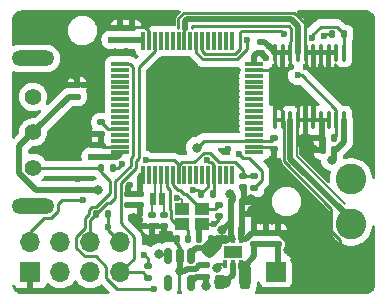
<source format=gtl>
%TF.GenerationSoftware,KiCad,Pcbnew,8.0.0*%
%TF.CreationDate,2024-03-08T16:01:40-06:00*%
%TF.ProjectId,led_dog_collar,6c65645f-646f-4675-9f63-6f6c6c61722e,rev?*%
%TF.SameCoordinates,Original*%
%TF.FileFunction,Copper,L1,Top*%
%TF.FilePolarity,Positive*%
%FSLAX46Y46*%
G04 Gerber Fmt 4.6, Leading zero omitted, Abs format (unit mm)*
G04 Created by KiCad (PCBNEW 8.0.0) date 2024-03-08 16:01:40*
%MOMM*%
%LPD*%
G01*
G04 APERTURE LIST*
G04 Aperture macros list*
%AMRoundRect*
0 Rectangle with rounded corners*
0 $1 Rounding radius*
0 $2 $3 $4 $5 $6 $7 $8 $9 X,Y pos of 4 corners*
0 Add a 4 corners polygon primitive as box body*
4,1,4,$2,$3,$4,$5,$6,$7,$8,$9,$2,$3,0*
0 Add four circle primitives for the rounded corners*
1,1,$1+$1,$2,$3*
1,1,$1+$1,$4,$5*
1,1,$1+$1,$6,$7*
1,1,$1+$1,$8,$9*
0 Add four rect primitives between the rounded corners*
20,1,$1+$1,$2,$3,$4,$5,0*
20,1,$1+$1,$4,$5,$6,$7,0*
20,1,$1+$1,$6,$7,$8,$9,0*
20,1,$1+$1,$8,$9,$2,$3,0*%
G04 Aperture macros list end*
%TA.AperFunction,SMDPad,CuDef*%
%ADD10RoundRect,0.140000X0.170000X-0.140000X0.170000X0.140000X-0.170000X0.140000X-0.170000X-0.140000X0*%
%TD*%
%TA.AperFunction,ComponentPad*%
%ADD11R,1.700000X1.700000*%
%TD*%
%TA.AperFunction,ComponentPad*%
%ADD12O,1.700000X1.700000*%
%TD*%
%TA.AperFunction,SMDPad,CuDef*%
%ADD13RoundRect,0.140000X-0.140000X-0.170000X0.140000X-0.170000X0.140000X0.170000X-0.140000X0.170000X0*%
%TD*%
%TA.AperFunction,SMDPad,CuDef*%
%ADD14RoundRect,0.140000X0.140000X0.170000X-0.140000X0.170000X-0.140000X-0.170000X0.140000X-0.170000X0*%
%TD*%
%TA.AperFunction,ComponentPad*%
%ADD15C,2.600000*%
%TD*%
%TA.AperFunction,SMDPad,CuDef*%
%ADD16RoundRect,0.140000X-0.170000X0.140000X-0.170000X-0.140000X0.170000X-0.140000X0.170000X0.140000X0*%
%TD*%
%TA.AperFunction,SMDPad,CuDef*%
%ADD17RoundRect,0.135000X-0.185000X0.135000X-0.185000X-0.135000X0.185000X-0.135000X0.185000X0.135000X0*%
%TD*%
%TA.AperFunction,SMDPad,CuDef*%
%ADD18RoundRect,0.135000X-0.135000X-0.185000X0.135000X-0.185000X0.135000X0.185000X-0.135000X0.185000X0*%
%TD*%
%TA.AperFunction,SMDPad,CuDef*%
%ADD19RoundRect,0.075000X0.075000X-0.700000X0.075000X0.700000X-0.075000X0.700000X-0.075000X-0.700000X0*%
%TD*%
%TA.AperFunction,SMDPad,CuDef*%
%ADD20RoundRect,0.075000X0.700000X-0.075000X0.700000X0.075000X-0.700000X0.075000X-0.700000X-0.075000X0*%
%TD*%
%TA.AperFunction,SMDPad,CuDef*%
%ADD21RoundRect,0.135000X0.135000X0.185000X-0.135000X0.185000X-0.135000X-0.185000X0.135000X-0.185000X0*%
%TD*%
%TA.AperFunction,SMDPad,CuDef*%
%ADD22RoundRect,0.135000X0.185000X-0.135000X0.185000X0.135000X-0.185000X0.135000X-0.185000X-0.135000X0*%
%TD*%
%TA.AperFunction,SMDPad,CuDef*%
%ADD23R,1.200000X1.000000*%
%TD*%
%TA.AperFunction,SMDPad,CuDef*%
%ADD24R,0.575000X1.140000*%
%TD*%
%TA.AperFunction,SMDPad,CuDef*%
%ADD25RoundRect,0.150000X-0.150000X0.512500X-0.150000X-0.512500X0.150000X-0.512500X0.150000X0.512500X0*%
%TD*%
%TA.AperFunction,ComponentPad*%
%ADD26C,1.397000*%
%TD*%
%TA.AperFunction,SMDPad,CuDef*%
%ADD27O,3.606800X1.320800*%
%TD*%
%TA.AperFunction,SMDPad,CuDef*%
%ADD28R,0.350000X0.650000*%
%TD*%
%TA.AperFunction,SMDPad,CuDef*%
%ADD29R,1.600000X1.000000*%
%TD*%
%TA.AperFunction,SMDPad,CuDef*%
%ADD30RoundRect,0.100000X-0.100000X0.637500X-0.100000X-0.637500X0.100000X-0.637500X0.100000X0.637500X0*%
%TD*%
%TA.AperFunction,SMDPad,CuDef*%
%ADD31RoundRect,0.218750X0.218750X0.381250X-0.218750X0.381250X-0.218750X-0.381250X0.218750X-0.381250X0*%
%TD*%
%TA.AperFunction,ViaPad*%
%ADD32C,0.600000*%
%TD*%
%TA.AperFunction,ViaPad*%
%ADD33C,0.800000*%
%TD*%
%TA.AperFunction,Conductor*%
%ADD34C,0.500000*%
%TD*%
%TA.AperFunction,Conductor*%
%ADD35C,0.250000*%
%TD*%
%TA.AperFunction,Conductor*%
%ADD36C,0.200000*%
%TD*%
%TA.AperFunction,Conductor*%
%ADD37C,0.750000*%
%TD*%
%TA.AperFunction,Conductor*%
%ADD38C,1.000000*%
%TD*%
G04 APERTURE END LIST*
D10*
%TO.P,C19,1*%
%TO.N,+3V3*%
X187452000Y-53437799D03*
%TO.P,C19,2*%
%TO.N,GND*%
X187452000Y-52477799D03*
%TD*%
%TO.P,C15,1*%
%TO.N,+3V3*%
X199390000Y-54570000D03*
%TO.P,C15,2*%
%TO.N,GND*%
X199390000Y-53610000D03*
%TD*%
D11*
%TO.P,J1,1,Pin_1*%
%TO.N,VBAT*%
X200660000Y-73075800D03*
D12*
%TO.P,J1,2,Pin_2*%
%TO.N,GND*%
X203200000Y-73075800D03*
%TD*%
D13*
%TO.P,C6,1*%
%TO.N,+5V*%
X196820000Y-68190000D03*
%TO.P,C6,2*%
%TO.N,GND*%
X197780000Y-68190000D03*
%TD*%
D14*
%TO.P,C23,1*%
%TO.N,/OSC48_HI*%
X193220000Y-70330000D03*
%TO.P,C23,2*%
%TO.N,GND*%
X192260000Y-70330000D03*
%TD*%
D15*
%TO.P,J2,1,Pin_1*%
%TO.N,+5V*%
X207010000Y-65278000D03*
%TD*%
D16*
%TO.P,C14,1*%
%TO.N,+3V3*%
X200451399Y-61777800D03*
%TO.P,C14,2*%
%TO.N,GND*%
X200451399Y-62737800D03*
%TD*%
%TO.P,C11,1*%
%TO.N,NRST*%
X197820000Y-65000000D03*
%TO.P,C11,2*%
%TO.N,GND*%
X197820000Y-65960000D03*
%TD*%
D17*
%TO.P,R4,1*%
%TO.N,+3V3*%
X189814200Y-72593200D03*
%TO.P,R4,2*%
%TO.N,/SWDIO*%
X189814200Y-73613198D03*
%TD*%
D10*
%TO.P,C16,1*%
%TO.N,+3V3*%
X185871800Y-63347399D03*
%TO.P,C16,2*%
%TO.N,GND*%
X185871800Y-62387399D03*
%TD*%
D18*
%TO.P,R7,1*%
%TO.N,VBAT_EN*%
X185826400Y-64339599D03*
%TO.P,R7,2*%
%TO.N,GND*%
X186846400Y-64339599D03*
%TD*%
D14*
%TO.P,C17,1*%
%TO.N,+3V3*%
X195298000Y-66471800D03*
%TO.P,C17,2*%
%TO.N,GND*%
X194338000Y-66471800D03*
%TD*%
D18*
%TO.P,R2,1*%
%TO.N,+3V3*%
X205409800Y-52984400D03*
%TO.P,R2,2*%
%TO.N,/LVL_DIR*%
X206429798Y-52984400D03*
%TD*%
D16*
%TO.P,C12,1*%
%TO.N,+3V3*%
X188132401Y-66471599D03*
%TO.P,C12,2*%
%TO.N,GND*%
X188132401Y-67431599D03*
%TD*%
D19*
%TO.P,U4,1,VBAT*%
%TO.N,+3V3*%
X189402401Y-64918400D03*
%TO.P,U4,2,PC13/WKUP2*%
%TO.N,unconnected-(U4-PC13{slash}WKUP2-Pad2)*%
X189902400Y-64918400D03*
%TO.P,U4,3,PC14_OSC32_IN*%
%TO.N,/OSC32K_HI*%
X190402400Y-64918400D03*
%TO.P,U4,4,PC15_OSC32_OUT*%
%TO.N,/OSC32K_LO*%
X190902400Y-64918400D03*
%TO.P,U4,5,PH0/OSCIN*%
%TO.N,/OSC48_HI*%
X191402400Y-64918400D03*
%TO.P,U4,6,PH1/OSCOUT*%
%TO.N,/OSC48_LO*%
X191902401Y-64918400D03*
%TO.P,U4,7,NRST*%
%TO.N,NRST*%
X192402400Y-64918400D03*
%TO.P,U4,8,PC0/LPUART1_RX*%
%TO.N,unconnected-(U4-PC0{slash}LPUART1_RX-Pad8)*%
X192902400Y-64918400D03*
%TO.P,U4,9,PC1/LPUART1_TX*%
%TO.N,unconnected-(U4-PC1{slash}LPUART1_TX-Pad9)*%
X193402400Y-64918400D03*
%TO.P,U4,10,PC2/SPI2_MISO*%
%TO.N,unconnected-(U4-PC2{slash}SPI2_MISO-Pad10)*%
X193902400Y-64918400D03*
%TO.P,U4,11,PC3/SPI2_MOSI*%
%TO.N,unconnected-(U4-PC3{slash}SPI2_MOSI-Pad11)*%
X194402399Y-64918400D03*
%TO.P,U4,12,VSSA*%
%TO.N,GND*%
X194902400Y-64918400D03*
%TO.P,U4,13,VDDA*%
%TO.N,+3V3*%
X195402400Y-64918400D03*
%TO.P,U4,14,PA0_WKUP1*%
%TO.N,unconnected-(U4-PA0_WKUP1-Pad14)*%
X195902400Y-64918400D03*
%TO.P,U4,15,PA1_SPI1_SCK*%
%TO.N,unconnected-(U4-PA1_SPI1_SCK-Pad15)*%
X196402400Y-64918400D03*
%TO.P,U4,16,PA2/LPUART1_TX/TIM2_CH3/WKUP4*%
%TO.N,unconnected-(U4-PA2{slash}LPUART1_TX{slash}TIM2_CH3{slash}WKUP4-Pad16)*%
X196902399Y-64918400D03*
D20*
%TO.P,U4,17,PA3/LPUART1_RX/TIM2_CH4*%
%TO.N,unconnected-(U4-PA3{slash}LPUART1_RX{slash}TIM2_CH4-Pad17)*%
X198827400Y-62993399D03*
%TO.P,U4,18,VSS*%
%TO.N,GND*%
X198827400Y-62493400D03*
%TO.P,U4,19,VDD*%
%TO.N,+3V3*%
X198827400Y-61993400D03*
%TO.P,U4,20,PA4/SPI1_NSS/LPTIM2_OUT*%
%TO.N,unconnected-(U4-PA4{slash}SPI1_NSS{slash}LPTIM2_OUT-Pad20)*%
X198827400Y-61493400D03*
%TO.P,U4,21,PA5/SPI1_SCK/TIM2_CH1*%
%TO.N,unconnected-(U4-PA5{slash}SPI1_SCK{slash}TIM2_CH1-Pad21)*%
X198827400Y-60993400D03*
%TO.P,U4,22,PA6/TIM16_CH1*%
%TO.N,unconnected-(U4-PA6{slash}TIM16_CH1-Pad22)*%
X198827400Y-60493399D03*
%TO.P,U4,23,PA7/SPI1_MOSI*%
%TO.N,unconnected-(U4-PA7{slash}SPI1_MOSI-Pad23)*%
X198827400Y-59993400D03*
%TO.P,U4,24,PC4/USART3_TX*%
%TO.N,unconnected-(U4-PC4{slash}USART3_TX-Pad24)*%
X198827400Y-59493400D03*
%TO.P,U4,25,PC5/USART3_RX/WKUP5*%
%TO.N,unconnected-(U4-PC5{slash}USART3_RX{slash}WKUP5-Pad25)*%
X198827400Y-58993400D03*
%TO.P,U4,26,PB0*%
%TO.N,unconnected-(U4-PB0-Pad26)*%
X198827400Y-58493400D03*
%TO.P,U4,27,PB1*%
%TO.N,unconnected-(U4-PB1-Pad27)*%
X198827400Y-57993401D03*
%TO.P,U4,28,PB2*%
%TO.N,unconnected-(U4-PB2-Pad28)*%
X198827400Y-57493400D03*
%TO.P,U4,29,PB10/LPUART1_RX/SPI2_SCK/TIM2_CH3/I2C2_SCL*%
%TO.N,unconnected-(U4-PB10{slash}LPUART1_RX{slash}SPI2_SCK{slash}TIM2_CH3{slash}I2C2_SCL-Pad29)*%
X198827400Y-56993400D03*
%TO.P,U4,30,PB11/USART3_RX/LPUART1_TX/TIM2_CH4/I2C2_SDA*%
%TO.N,unconnected-(U4-PB11{slash}USART3_RX{slash}LPUART1_TX{slash}TIM2_CH4{slash}I2C2_SDA-Pad30)*%
X198827400Y-56493400D03*
%TO.P,U4,31,VSS*%
%TO.N,GND*%
X198827400Y-55993400D03*
%TO.P,U4,32,VDD*%
%TO.N,+3V3*%
X198827400Y-55493401D03*
D19*
%TO.P,U4,33,PB12*%
%TO.N,unconnected-(U4-PB12-Pad33)*%
X196902399Y-53568400D03*
%TO.P,U4,34,PB13*%
%TO.N,unconnected-(U4-PB13-Pad34)*%
X196402400Y-53568400D03*
%TO.P,U4,35,PB14/SPI2_MISO/TIM15_CH1*%
%TO.N,unconnected-(U4-PB14{slash}SPI2_MISO{slash}TIM15_CH1-Pad35)*%
X195902400Y-53568400D03*
%TO.P,U4,36,PB15/SPI2_MOSI/TIM15_CH2*%
%TO.N,unconnected-(U4-PB15{slash}SPI2_MOSI{slash}TIM15_CH2-Pad36)*%
X195402400Y-53568400D03*
%TO.P,U4,37,PC6*%
%TO.N,unconnected-(U4-PC6-Pad37)*%
X194902400Y-53568400D03*
%TO.P,U4,38,PC7*%
%TO.N,/LVL_EN*%
X194402399Y-53568400D03*
%TO.P,U4,39,PC8*%
%TO.N,/LVL_DIR*%
X193902400Y-53568400D03*
%TO.P,U4,40,PC9*%
%TO.N,unconnected-(U4-PC9-Pad40)*%
X193402400Y-53568400D03*
%TO.P,U4,41,PA8/TIM1_CH1*%
%TO.N,TIM1_CH1*%
X192902400Y-53568400D03*
%TO.P,U4,42,PA9/TIM1_CH2/USART1_TX*%
%TO.N,unconnected-(U4-PA9{slash}TIM1_CH2{slash}USART1_TX-Pad42)*%
X192402400Y-53568400D03*
%TO.P,U4,43,PA10/TIM1_CH3/USART1_RX*%
%TO.N,unconnected-(U4-PA10{slash}TIM1_CH3{slash}USART1_RX-Pad43)*%
X191902401Y-53568400D03*
%TO.P,U4,44,PA11/TIM1_CH4/SPI1_MISO*%
%TO.N,unconnected-(U4-PA11{slash}TIM1_CH4{slash}SPI1_MISO-Pad44)*%
X191402400Y-53568400D03*
%TO.P,U4,45,PA12/SPI_MOSI*%
%TO.N,unconnected-(U4-PA12{slash}SPI_MOSI-Pad45)*%
X190902400Y-53568400D03*
%TO.P,U4,46,PA13/SWDIO*%
%TO.N,/SWDIO*%
X190402400Y-53568400D03*
%TO.P,U4,47,VSS*%
%TO.N,GND*%
X189902400Y-53568400D03*
%TO.P,U4,48,VDDUSB*%
%TO.N,+3V3*%
X189402401Y-53568400D03*
D20*
%TO.P,U4,49,PA14/SWCLK*%
%TO.N,/SWCLK*%
X187477400Y-55493401D03*
%TO.P,U4,50,PA15/JTDI*%
%TO.N,unconnected-(U4-PA15{slash}JTDI-Pad50)*%
X187477400Y-55993400D03*
%TO.P,U4,51,PC10*%
%TO.N,unconnected-(U4-PC10-Pad51)*%
X187477400Y-56493400D03*
%TO.P,U4,52,PC11/SPI3_MISO/USART3_RX*%
%TO.N,unconnected-(U4-PC11{slash}SPI3_MISO{slash}USART3_RX-Pad52)*%
X187477400Y-56993400D03*
%TO.P,U4,53,PC12/SPI3_MOSI*%
%TO.N,unconnected-(U4-PC12{slash}SPI3_MOSI-Pad53)*%
X187477400Y-57493400D03*
%TO.P,U4,54,PD2*%
%TO.N,unconnected-(U4-PD2-Pad54)*%
X187477400Y-57993401D03*
%TO.P,U4,55,PB3/JTDO-TRACE-SWO*%
%TO.N,unconnected-(U4-PB3{slash}JTDO-TRACE-SWO-Pad55)*%
X187477400Y-58493400D03*
%TO.P,U4,56,PB4/NJTRST*%
%TO.N,unconnected-(U4-PB4{slash}NJTRST-Pad56)*%
X187477400Y-58993400D03*
%TO.P,U4,57,PB5/SPI1_MOSI/SPI3_MOSI*%
%TO.N,unconnected-(U4-PB5{slash}SPI1_MOSI{slash}SPI3_MOSI-Pad57)*%
X187477400Y-59493400D03*
%TO.P,U4,58,PB6/USART1_TX*%
%TO.N,unconnected-(U4-PB6{slash}USART1_TX-Pad58)*%
X187477400Y-59993400D03*
%TO.P,U4,59,PB7/USART1_RX*%
%TO.N,unconnected-(U4-PB7{slash}USART1_RX-Pad59)*%
X187477400Y-60493399D03*
%TO.P,U4,60,PH3/BOOT0*%
%TO.N,/BOOT0*%
X187477400Y-60993400D03*
%TO.P,U4,61,PB8/I2C1_SCL/TIM16_CH1*%
%TO.N,unconnected-(U4-PB8{slash}I2C1_SCL{slash}TIM16_CH1-Pad61)*%
X187477400Y-61493400D03*
%TO.P,U4,62,PB9/I2C1_SDA/SPI2_NSS*%
%TO.N,unconnected-(U4-PB9{slash}I2C1_SDA{slash}SPI2_NSS-Pad62)*%
X187477400Y-61993400D03*
%TO.P,U4,63,VSS*%
%TO.N,GND*%
X187477400Y-62493400D03*
%TO.P,U4,64,VDD*%
%TO.N,+3V3*%
X187477400Y-62993399D03*
%TD*%
D15*
%TO.P,J4,1,Pin_1*%
%TO.N,TIM1_CH1_SHIFT*%
X207010000Y-69088000D03*
%TD*%
D16*
%TO.P,C13,1*%
%TO.N,+3V3*%
X189123001Y-66476799D03*
%TO.P,C13,2*%
%TO.N,GND*%
X189123001Y-67436799D03*
%TD*%
D10*
%TO.P,C10,1*%
%TO.N,+3V3*%
X194716400Y-73507600D03*
%TO.P,C10,2*%
%TO.N,GND*%
X194716400Y-72547600D03*
%TD*%
D21*
%TO.P,R3,1*%
%TO.N,/LVL_EN*%
X205587600Y-61772800D03*
%TO.P,R3,2*%
%TO.N,GND*%
X204567602Y-61772800D03*
%TD*%
D13*
%TO.P,C7,1*%
%TO.N,+5V*%
X196820000Y-67210000D03*
%TO.P,C7,2*%
%TO.N,GND*%
X197780000Y-67210000D03*
%TD*%
D10*
%TO.P,C1,1*%
%TO.N,VBAT*%
X183820000Y-58270000D03*
%TO.P,C1,2*%
%TO.N,GND*%
X183820000Y-57310000D03*
%TD*%
D21*
%TO.P,R5,1*%
%TO.N,+3V3*%
X186437999Y-68224400D03*
%TO.P,R5,2*%
%TO.N,/SWCLK*%
X185418001Y-68224400D03*
%TD*%
D22*
%TO.P,R9,1*%
%TO.N,+3V3*%
X198830000Y-66009998D03*
%TO.P,R9,2*%
%TO.N,NRST*%
X198830000Y-64990000D03*
%TD*%
D15*
%TO.P,J5,1,Pin_1*%
%TO.N,GND*%
X207010000Y-72898000D03*
%TD*%
D14*
%TO.P,C8,1*%
%TO.N,+5V*%
X205559600Y-62788800D03*
%TO.P,C8,2*%
%TO.N,GND*%
X204599600Y-62788800D03*
%TD*%
%TO.P,C9,1*%
%TO.N,+5V*%
X195117600Y-70332600D03*
%TO.P,C9,2*%
%TO.N,GND*%
X194157600Y-70332600D03*
%TD*%
D10*
%TO.P,C5,1*%
%TO.N,VBAT*%
X198830000Y-70780000D03*
%TO.P,C5,2*%
%TO.N,GND*%
X198830000Y-69820000D03*
%TD*%
D11*
%TO.P,J3,1,Pin_1*%
%TO.N,GND*%
X179857400Y-73152000D03*
D12*
%TO.P,J3,2,Pin_2*%
%TO.N,NRST*%
X179857400Y-70612000D03*
%TO.P,J3,3,Pin_3*%
%TO.N,unconnected-(J3-Pin_3-Pad3)*%
X182397400Y-73152000D03*
%TO.P,J3,4,Pin_4*%
%TO.N,unconnected-(J3-Pin_4-Pad4)*%
X182397400Y-70612000D03*
%TO.P,J3,5,Pin_5*%
%TO.N,unconnected-(J3-Pin_5-Pad5)*%
X184937399Y-73152000D03*
%TO.P,J3,6,Pin_6*%
%TO.N,/SWCLK*%
X184937400Y-70612000D03*
%TO.P,J3,7,Pin_7*%
%TO.N,/SWDIO*%
X187477400Y-73152000D03*
%TO.P,J3,8,Pin_8*%
%TO.N,+3V3*%
X187477400Y-70612000D03*
%TD*%
D23*
%TO.P,U5,1,IN/OUT*%
%TO.N,/OSC48_LO*%
X194409800Y-67768599D03*
%TO.P,U5,2,GND*%
%TO.N,GND*%
X192709800Y-67768599D03*
%TO.P,U5,3,OUT/IN*%
%TO.N,/OSC48_HI*%
X192709800Y-69068599D03*
%TO.P,U5,4,GND*%
%TO.N,GND*%
X194409800Y-69068599D03*
%TD*%
D24*
%TO.P,U6,1,1*%
%TO.N,/OSC32K_HI*%
X190215201Y-66903399D03*
%TO.P,U6,2,2*%
%TO.N,/OSC32K_LO*%
X191040201Y-66903399D03*
%TD*%
D16*
%TO.P,C22,1*%
%TO.N,/OSC32K_LO*%
X191135701Y-68249598D03*
%TO.P,C22,2*%
%TO.N,GND*%
X191135701Y-69209598D03*
%TD*%
D17*
%TO.P,R6,1*%
%TO.N,/BOOT0*%
X185853800Y-60451400D03*
%TO.P,R6,2*%
%TO.N,GND*%
X185853800Y-61471398D03*
%TD*%
D25*
%TO.P,U3,1,IN*%
%TO.N,+5V*%
X193449999Y-71760000D03*
%TO.P,U3,2,GND*%
%TO.N,GND*%
X192500000Y-71760000D03*
%TO.P,U3,3,EN*%
%TO.N,+5V*%
X191550001Y-71760000D03*
%TO.P,U3,4,NC*%
%TO.N,unconnected-(U3-NC-Pad4)*%
X191550001Y-74035000D03*
%TO.P,U3,5,OUT*%
%TO.N,+3V3*%
X193449999Y-74035000D03*
%TD*%
D16*
%TO.P,C21,1*%
%TO.N,/OSC32K_HI*%
X190119702Y-68249599D03*
%TO.P,C21,2*%
%TO.N,GND*%
X190119702Y-69209599D03*
%TD*%
D26*
%TO.P,SW2,1,1*%
%TO.N,unconnected-(SW2-Pad1)*%
X180086000Y-58288601D03*
%TO.P,SW2,2,2*%
%TO.N,VBAT*%
X180086000Y-61288600D03*
%TO.P,SW2,3,3*%
%TO.N,VBAT_EN*%
X180086000Y-64288599D03*
D27*
%TO.P,SW2,4*%
%TO.N,N/C*%
X180086000Y-55038600D03*
%TO.P,SW2,5*%
X180086000Y-67538600D03*
%TD*%
D10*
%TO.P,C3,1*%
%TO.N,VBAT*%
X199820000Y-70780000D03*
%TO.P,C3,2*%
%TO.N,GND*%
X199820000Y-69820000D03*
%TD*%
D28*
%TO.P,U1,1,GND*%
%TO.N,GND*%
X197665700Y-70334899D03*
%TO.P,U1,2,VOUT*%
%TO.N,+5V*%
X197015700Y-70334900D03*
%TO.P,U1,3,FB*%
X196365700Y-70334899D03*
%TO.P,U1,4,EN*%
%TO.N,VBAT_EN*%
X196365700Y-72434901D03*
%TO.P,U1,5,IND*%
%TO.N,Net-(U1-IND)*%
X197015700Y-72434900D03*
%TO.P,U1,6,VIN*%
%TO.N,VBAT*%
X197665700Y-72434901D03*
D29*
%TO.P,U1,7*%
%TO.N,N/C*%
X197015700Y-71384900D03*
%TD*%
D13*
%TO.P,C4,1*%
%TO.N,+5V*%
X196810000Y-69180000D03*
%TO.P,C4,2*%
%TO.N,GND*%
X197770000Y-69180000D03*
%TD*%
D30*
%TO.P,U2,1,DIR*%
%TO.N,/LVL_DIR*%
X206418800Y-54533800D03*
%TO.P,U2,2,A1*%
%TO.N,GND*%
X205768800Y-54533800D03*
%TO.P,U2,3,A2*%
X205118800Y-54533800D03*
%TO.P,U2,4,A3*%
X204468800Y-54533800D03*
%TO.P,U2,5,A4*%
X203818800Y-54533800D03*
%TO.P,U2,6,A5*%
X203168800Y-54533800D03*
%TO.P,U2,7,A6*%
%TO.N,TIM1_CH1*%
X202518800Y-54533800D03*
%TO.P,U2,8,A7*%
%TO.N,GND*%
X201868800Y-54533800D03*
%TO.P,U2,9,A8*%
X201218800Y-54533800D03*
%TO.P,U2,10,GND*%
X200568800Y-54533800D03*
%TO.P,U2,11,B8*%
X200568800Y-60258800D03*
%TO.P,U2,12,B7*%
X201218800Y-60258800D03*
%TO.P,U2,13,B6*%
%TO.N,TIM1_CH1_SHIFT*%
X201868800Y-60258800D03*
%TO.P,U2,14,B5*%
%TO.N,GND*%
X202518800Y-60258800D03*
%TO.P,U2,15,B4*%
X203168800Y-60258800D03*
%TO.P,U2,16,B3*%
X203818800Y-60258800D03*
%TO.P,U2,17,B2*%
X204468800Y-60258800D03*
%TO.P,U2,18,B1*%
X205118800Y-60258800D03*
%TO.P,U2,19,OE_N*%
%TO.N,/LVL_EN*%
X205768800Y-60258800D03*
%TO.P,U2,20,VCC*%
%TO.N,+5V*%
X206418800Y-60258800D03*
%TD*%
D16*
%TO.P,C20,1*%
%TO.N,/OSC48_LO*%
X195803200Y-67443599D03*
%TO.P,C20,2*%
%TO.N,GND*%
X195803200Y-68403599D03*
%TD*%
D31*
%TO.P,L1,1,1*%
%TO.N,VBAT*%
X198064900Y-73990200D03*
%TO.P,L1,2,2*%
%TO.N,Net-(U1-IND)*%
X195939900Y-73990200D03*
%TD*%
D10*
%TO.P,C18,1*%
%TO.N,+3V3*%
X188440000Y-53440399D03*
%TO.P,C18,2*%
%TO.N,GND*%
X188440000Y-52480399D03*
%TD*%
%TO.P,C2,1*%
%TO.N,VBAT*%
X200819999Y-70780000D03*
%TO.P,C2,2*%
%TO.N,GND*%
X200819999Y-69820000D03*
%TD*%
D32*
%TO.N,GND*%
X202518800Y-58999600D03*
X200568800Y-55727600D03*
X190119702Y-69849799D03*
D33*
X198500000Y-66920000D03*
D32*
X189123000Y-68224199D03*
X186588400Y-52477799D03*
X191680000Y-69920000D03*
X201904600Y-55727600D03*
X191002600Y-69900598D03*
X200350000Y-63510000D03*
X183920000Y-65220000D03*
D33*
X192500000Y-73025000D03*
X202252100Y-72127900D03*
X202819000Y-71247000D03*
D32*
X185035400Y-62387399D03*
X204468800Y-55728800D03*
X193624600Y-66174114D03*
D33*
X198640000Y-67870000D03*
D32*
X195370801Y-69068599D03*
D33*
X201669999Y-71280195D03*
D32*
X200047500Y-54012500D03*
X187594665Y-63999061D03*
X192277702Y-66828799D03*
X196550000Y-62710000D03*
X200863200Y-59105800D03*
D33*
X183550000Y-56440000D03*
D32*
X191500000Y-55370000D03*
X203168800Y-55758800D03*
D33*
X203784200Y-62661800D03*
%TO.N,+3V3*%
X193930702Y-62583993D03*
D32*
X199825000Y-55005000D03*
X188290000Y-65720000D03*
X184986600Y-63347399D03*
X197559594Y-63160294D03*
X186669800Y-53437799D03*
X194790431Y-63644276D03*
X186437999Y-69330000D03*
X204720000Y-53130000D03*
X189505000Y-71655000D03*
D33*
X194716400Y-74320400D03*
D32*
%TO.N,NRST*%
X189615662Y-63659777D03*
X184280000Y-67020000D03*
%TO.N,/LVL_EN*%
X202490000Y-56480000D03*
X201318800Y-52970000D03*
%TO.N,/LVL_DIR*%
X198195000Y-53450168D03*
X203718800Y-53280000D03*
%TO.N,VBAT_EN*%
X190300000Y-74530000D03*
D33*
X195618819Y-72796471D03*
%TO.N,+5V*%
X194979666Y-71526400D03*
X196118799Y-69593155D03*
X190760000Y-71590000D03*
X196799200Y-66497200D03*
X205375000Y-63655000D03*
%TO.N,VBAT*%
X185610000Y-66200000D03*
%TD*%
D34*
%TO.N,VBAT*%
X183820000Y-58270000D02*
X183104600Y-58270000D01*
X183104600Y-58270000D02*
X180086000Y-61288600D01*
X178937500Y-64764324D02*
X178937500Y-62437100D01*
X178937500Y-62437100D02*
X180086000Y-61288600D01*
%TO.N,GND*%
X197780000Y-69170000D02*
X197770000Y-69180000D01*
X204567602Y-61772800D02*
X204567602Y-60357602D01*
D35*
X205118800Y-60258800D02*
X204468800Y-60258800D01*
X206050000Y-70426098D02*
X206050000Y-71938000D01*
X204468800Y-55728800D02*
X204468800Y-54533800D01*
D34*
X204599600Y-62788800D02*
X203911200Y-62788800D01*
X201669999Y-70481734D02*
X201008265Y-69820000D01*
D35*
X185853800Y-62369399D02*
X185871800Y-62387399D01*
X204468800Y-60258800D02*
X203818800Y-60258800D01*
X201868800Y-54533800D02*
X201868800Y-53637200D01*
X203168800Y-55758800D02*
X203168800Y-54533800D01*
X205307228Y-69683326D02*
X206050000Y-70426098D01*
X205768800Y-54533800D02*
X205118800Y-54533800D01*
D34*
X199390000Y-53610000D02*
X199645000Y-53610000D01*
X188437400Y-52477799D02*
X188440000Y-52480399D01*
D35*
X201713914Y-52311486D02*
X201702428Y-52300000D01*
D36*
X192709802Y-66925199D02*
X192709802Y-67768599D01*
D34*
X203911200Y-62788800D02*
X203784200Y-62661800D01*
X198640000Y-67870000D02*
X198320000Y-68190000D01*
D35*
X203093800Y-52065027D02*
X203093800Y-53822600D01*
X202518800Y-58999600D02*
X202518800Y-60258800D01*
X201943800Y-52984400D02*
X201943800Y-52541372D01*
D36*
X190119702Y-69849799D02*
X190119701Y-69209599D01*
D35*
X200863200Y-59105800D02*
X201218800Y-59461400D01*
D36*
X202443800Y-62407800D02*
X202443800Y-63305982D01*
D35*
X194902400Y-64918400D02*
X194902400Y-65895910D01*
X200350000Y-63510000D02*
X200451399Y-63408601D01*
D34*
X189123001Y-67436800D02*
X188137600Y-67436799D01*
X197770000Y-69320000D02*
X197715700Y-69374300D01*
X204567602Y-60357602D02*
X204468800Y-60258800D01*
X192500000Y-73025000D02*
X192944815Y-73025000D01*
X201669999Y-71280195D02*
X201703194Y-71247000D01*
D35*
X192842027Y-51150000D02*
X202178772Y-51150000D01*
X187594665Y-63999061D02*
X187254127Y-64339599D01*
X185853800Y-61471398D02*
X185853800Y-62369399D01*
X202178772Y-51150000D02*
X203093800Y-52065027D01*
D34*
X183820000Y-56710000D02*
X183820000Y-57310000D01*
X198641734Y-69820000D02*
X198126835Y-70334899D01*
X198830000Y-69820000D02*
X199820000Y-69820000D01*
D35*
X201868800Y-54533800D02*
X201218800Y-54533800D01*
X195370801Y-69068599D02*
X194409800Y-69068599D01*
D34*
X188137600Y-67436799D02*
X188132401Y-67431600D01*
D35*
X191680000Y-69920000D02*
X192090000Y-70330000D01*
X193513400Y-52300000D02*
X193513400Y-52468400D01*
X194338000Y-66460310D02*
X194338000Y-66471800D01*
D34*
X201008265Y-69820000D02*
X200819999Y-69820000D01*
X201669999Y-71280195D02*
X201669999Y-70481734D01*
D35*
X185035400Y-62387399D02*
X185871800Y-62387399D01*
X204468800Y-54533800D02*
X205118800Y-54533800D01*
X193624600Y-66174114D02*
X194040314Y-66174114D01*
X189902400Y-53568400D02*
X189902400Y-52725635D01*
X201293800Y-63746972D02*
X205307228Y-67760400D01*
X200206999Y-62493400D02*
X198827400Y-62493400D01*
X185977800Y-62493401D02*
X185871799Y-62387400D01*
X201293800Y-60333800D02*
X201293800Y-63746972D01*
X188518800Y-52401599D02*
X188440000Y-52480399D01*
X195370801Y-69068599D02*
X195803200Y-68636200D01*
X202443800Y-60573200D02*
X202443800Y-62407800D01*
X200568800Y-55727600D02*
X200568800Y-54533800D01*
D34*
X192500000Y-73025000D02*
X192500000Y-71760000D01*
D35*
X200303000Y-55993400D02*
X200568800Y-55727600D01*
X202518800Y-60258800D02*
X202518800Y-60498200D01*
X189578364Y-52401599D02*
X188518800Y-52401599D01*
D34*
X199820000Y-69820000D02*
X200819999Y-69820000D01*
X198830000Y-69820000D02*
X198641734Y-69820000D01*
X198320000Y-68190000D02*
X197780000Y-68190000D01*
X192944815Y-73025000D02*
X193097315Y-72872500D01*
D35*
X202518800Y-60258800D02*
X203168800Y-60258800D01*
X201868800Y-55691800D02*
X201868800Y-54533800D01*
X194040314Y-66174114D02*
X194338000Y-66471800D01*
X193573400Y-52300000D02*
X193513400Y-52300000D01*
D34*
X203200000Y-73075800D02*
X202252100Y-72127900D01*
D35*
X200451399Y-63408601D02*
X200451399Y-62737800D01*
D34*
X189123000Y-68224199D02*
X189123001Y-67436800D01*
D35*
X200568800Y-54533800D02*
X201218800Y-54533800D01*
D34*
X201703194Y-71247000D02*
X202819000Y-71247000D01*
D35*
X201218800Y-60258800D02*
X201293800Y-60333800D01*
X189902400Y-52725635D02*
X189578364Y-52401599D01*
D34*
X183550000Y-56440000D02*
X183820000Y-56710000D01*
D36*
X202443800Y-63305982D02*
X206528909Y-67391091D01*
D34*
X200047500Y-54012500D02*
X200568800Y-54533800D01*
D35*
X187254127Y-64339599D02*
X186846400Y-64339599D01*
D34*
X204599600Y-61804798D02*
X204567602Y-61772800D01*
D35*
X201702428Y-52300000D02*
X193573400Y-52300000D01*
D34*
X187452000Y-52477799D02*
X188437400Y-52477799D01*
X197967600Y-67022400D02*
X197967600Y-66107600D01*
D35*
X187477400Y-62493400D02*
X185977800Y-62493401D01*
D34*
X197770000Y-69180000D02*
X197770000Y-69320000D01*
D35*
X203168800Y-54533800D02*
X203818800Y-54533800D01*
D34*
X198210000Y-67210000D02*
X198500000Y-66920000D01*
X194157600Y-69320799D02*
X194409800Y-69068599D01*
X197967600Y-66107600D02*
X197820000Y-65960000D01*
D35*
X201904600Y-55727600D02*
X201868800Y-55691800D01*
X202518800Y-60498200D02*
X202443800Y-60573200D01*
D34*
X197780000Y-68190000D02*
X197780000Y-69170000D01*
X197780000Y-67210000D02*
X198210000Y-67210000D01*
X204599600Y-62788800D02*
X204599600Y-61804798D01*
D35*
X192090000Y-70330000D02*
X192260000Y-70330000D01*
X205307228Y-67760400D02*
X205307228Y-69683326D01*
D34*
X194177583Y-72547600D02*
X194716400Y-72547600D01*
X186588400Y-52477799D02*
X187452000Y-52477799D01*
D35*
X194902400Y-65895910D02*
X194338000Y-66460310D01*
D34*
X198126835Y-70334899D02*
X197715700Y-70334899D01*
X199645000Y-53610000D02*
X200047500Y-54012500D01*
D35*
X206050000Y-71938000D02*
X207010000Y-72898000D01*
D34*
X193097315Y-72872500D02*
X193852683Y-72872500D01*
X197715700Y-69374300D02*
X197715700Y-70334899D01*
X202819000Y-71247000D02*
X202252100Y-71813900D01*
D35*
X201218800Y-59461400D02*
X201218800Y-60258800D01*
X192363400Y-51628627D02*
X192363400Y-52468400D01*
X201868800Y-53637200D02*
X201943800Y-53562200D01*
D34*
X197780000Y-67210000D02*
X197780000Y-68190000D01*
X194157600Y-70332600D02*
X194157600Y-69320799D01*
D35*
X198827400Y-55993400D02*
X200303000Y-55993400D01*
X201943800Y-53562200D02*
X201943800Y-52984400D01*
X195803200Y-68636200D02*
X195803200Y-68403599D01*
D36*
X192576201Y-66893198D02*
X192633602Y-66950599D01*
D35*
X200451399Y-62737800D02*
X200206999Y-62493400D01*
D34*
X197780000Y-67210000D02*
X197967600Y-67022400D01*
D35*
X201218800Y-60258800D02*
X200568800Y-60258800D01*
X203818800Y-60258800D02*
X203168800Y-60258800D01*
D34*
X193852683Y-72872500D02*
X194177583Y-72547600D01*
X202252100Y-71813900D02*
X202252100Y-72127900D01*
D36*
X191135701Y-69767500D02*
X191135701Y-69209599D01*
D35*
X201943800Y-52541372D02*
X201713914Y-52311486D01*
X192842027Y-51150000D02*
X192363400Y-51628627D01*
%TO.N,/OSC48_LO*%
X192832986Y-66500199D02*
X193066800Y-66500199D01*
X194409800Y-67768599D02*
X195478200Y-67768599D01*
X191902401Y-64918400D02*
X191902401Y-65781702D01*
X195478200Y-67768599D02*
X195803200Y-67443599D01*
X192536586Y-66203799D02*
X192832986Y-66500199D01*
X193066800Y-66500199D02*
X194335200Y-67768599D01*
X192324498Y-66203799D02*
X192536586Y-66203799D01*
X194335200Y-67768599D02*
X194409800Y-67768599D01*
X191902401Y-65781702D02*
X192324498Y-66203799D01*
%TO.N,/OSC48_HI*%
X191652702Y-67795109D02*
X191770701Y-67913108D01*
X192181000Y-69068599D02*
X192709800Y-69068599D01*
X191652702Y-66168399D02*
X191652702Y-67795109D01*
X191770701Y-67913108D02*
X191770701Y-68658300D01*
X191402400Y-64918400D02*
X191402400Y-65918097D01*
X191402400Y-65918097D02*
X191652702Y-66168399D01*
X191770701Y-68658300D02*
X192181000Y-69068599D01*
X193220000Y-69578799D02*
X192709800Y-69068599D01*
X193220000Y-70330000D02*
X193220000Y-69578799D01*
D36*
%TO.N,/OSC32K_HI*%
X190402400Y-66716199D02*
X190215200Y-66903400D01*
X189925000Y-68289798D02*
X190058101Y-68156700D01*
X190119701Y-68249599D02*
X190119701Y-66998899D01*
X190119701Y-66998899D02*
X190215200Y-66903400D01*
X190402400Y-64918399D02*
X190402400Y-66716199D01*
%TO.N,/OSC32K_LO*%
X191135701Y-68249599D02*
X191135702Y-66998898D01*
X190902402Y-64918399D02*
X190902402Y-66765598D01*
X191135702Y-66998898D02*
X191040203Y-66903399D01*
X190902402Y-66765598D02*
X191040203Y-66903399D01*
D35*
%TO.N,+3V3*%
X199475000Y-64593399D02*
X199475000Y-65364998D01*
D34*
X188132401Y-66471599D02*
X188132401Y-65877599D01*
X188132400Y-66471601D02*
X189117800Y-66471601D01*
D35*
X195402400Y-64075636D02*
X195402400Y-64918400D01*
D34*
X186669800Y-53437799D02*
X187452000Y-53437799D01*
X189117800Y-66471601D02*
X189122999Y-66476800D01*
D35*
X198350000Y-63468399D02*
X199475000Y-64593399D01*
X194964555Y-63818400D02*
X195145164Y-63818400D01*
D34*
X194716400Y-73507600D02*
X194716400Y-74320400D01*
X185871800Y-63347399D02*
X187223399Y-63347400D01*
X189302400Y-53468399D02*
X189302400Y-53568400D01*
X188437400Y-53437799D02*
X188440000Y-53440399D01*
D35*
X200451399Y-61777800D02*
X200235799Y-61993400D01*
X197867699Y-63468399D02*
X198350000Y-63468399D01*
X199475000Y-65364998D02*
X198830000Y-66009998D01*
D34*
X199080001Y-54570000D02*
X198827400Y-54822601D01*
X189123000Y-65097800D02*
X189302400Y-64918400D01*
D35*
X195298000Y-66471800D02*
X195402400Y-66367400D01*
D34*
X194651500Y-73572500D02*
X194716400Y-73507600D01*
D35*
X204865600Y-52984400D02*
X204720000Y-53130000D01*
D34*
X198827400Y-54822601D02*
X198827400Y-55393400D01*
D35*
X186437999Y-69572599D02*
X187477400Y-70612000D01*
X189814200Y-71964200D02*
X189814200Y-72593200D01*
X195145164Y-63818400D02*
X195402400Y-64075636D01*
D34*
X184986600Y-63347399D02*
X185871800Y-63347399D01*
X193449999Y-74035000D02*
X193912499Y-73572500D01*
D35*
X205409800Y-52984400D02*
X204865600Y-52984400D01*
X189505000Y-71655000D02*
X189814200Y-71964200D01*
D34*
X189122999Y-66476800D02*
X189123000Y-65097800D01*
D35*
X186437999Y-68224400D02*
X186437999Y-69330000D01*
D34*
X188132401Y-65877599D02*
X188290000Y-65720000D01*
X193493392Y-73991607D02*
X193449999Y-74035000D01*
D35*
X193930702Y-62583993D02*
X194521295Y-61993400D01*
D34*
X193912499Y-73572500D02*
X194651500Y-73572500D01*
D35*
X194790431Y-63644276D02*
X194964555Y-63818400D01*
X197559594Y-63160294D02*
X197867699Y-63468399D01*
X195402400Y-66367400D02*
X195402400Y-64918400D01*
D34*
X188440000Y-53440399D02*
X189274400Y-53440399D01*
D35*
X194521295Y-61993400D02*
X198827400Y-61993400D01*
D34*
X187452000Y-53437799D02*
X188437400Y-53437799D01*
D35*
X200235799Y-61993400D02*
X198827400Y-61993400D01*
D34*
X189274400Y-53440399D02*
X189302400Y-53468399D01*
X199390000Y-54570000D02*
X199080001Y-54570000D01*
X187223399Y-63347400D02*
X187477400Y-63093399D01*
D35*
X186437999Y-69330000D02*
X186437999Y-69572599D01*
D34*
X199390000Y-54570000D02*
X199825000Y-55005000D01*
D35*
%TO.N,NRST*%
X181637166Y-68524000D02*
X181036000Y-68524000D01*
X192659636Y-63818400D02*
X192402400Y-64075636D01*
X197820000Y-65000000D02*
X197820000Y-64493237D01*
X192402400Y-64075636D02*
X192402400Y-64918400D01*
X197820000Y-64493237D02*
X197145163Y-63818400D01*
X192402400Y-64075635D02*
X192402400Y-64918400D01*
X194520724Y-63019276D02*
X193721600Y-63818400D01*
X198830000Y-64990000D02*
X197830000Y-64990000D01*
X182214400Y-67946766D02*
X181637166Y-68524000D01*
X189615662Y-63659777D02*
X191986542Y-63659777D01*
X181036000Y-68524000D02*
X179857400Y-69702600D01*
X197830000Y-64990000D02*
X197820000Y-65000000D01*
X195848439Y-63818400D02*
X195049315Y-63019276D01*
X195049315Y-63019276D02*
X194520724Y-63019276D01*
X182540000Y-67020000D02*
X182214400Y-67345600D01*
X184280000Y-67020000D02*
X182540000Y-67020000D01*
X182214400Y-67345600D02*
X182214400Y-67946766D01*
X191986542Y-63659777D02*
X192402400Y-64075635D01*
X197145163Y-63818400D02*
X195848439Y-63818400D01*
X179857400Y-69702600D02*
X179857400Y-70612000D01*
X193721600Y-63818400D02*
X192659636Y-63818400D01*
%TO.N,/BOOT0*%
X186395800Y-60993400D02*
X185853800Y-60451400D01*
X187477400Y-60993400D02*
X186395800Y-60993400D01*
%TO.N,/SWCLK*%
X187477400Y-55493401D02*
X188320165Y-55493401D01*
X188577400Y-63263600D02*
X188341000Y-63500000D01*
X187047401Y-65430209D02*
X187047401Y-66852599D01*
X184937400Y-68705001D02*
X185418001Y-68224400D01*
X186600000Y-67300000D02*
X186342401Y-67300000D01*
X187047401Y-66852599D02*
X186600000Y-67300000D01*
X188341000Y-63500000D02*
X188341000Y-64136610D01*
X188341000Y-64136610D02*
X187047401Y-65430209D01*
X184937400Y-70612000D02*
X184937400Y-68705001D01*
X188320165Y-55493401D02*
X188577400Y-55750636D01*
X186342401Y-67300000D02*
X185418001Y-68224400D01*
X188577400Y-55750636D02*
X188577400Y-63263600D01*
%TO.N,/SWDIO*%
X189027400Y-63449996D02*
X188791000Y-63686396D01*
X188791000Y-64323006D02*
X187497401Y-65616605D01*
X189353002Y-73152000D02*
X189814200Y-73613198D01*
X189027400Y-55786164D02*
X189027400Y-63449996D01*
X187477400Y-73152000D02*
X189353002Y-73152000D01*
X188791000Y-63686396D02*
X188791000Y-64323006D01*
X190402400Y-54411164D02*
X189027400Y-55786164D01*
X190402400Y-53568400D02*
X190402400Y-54411164D01*
X187497401Y-68970300D02*
X188652400Y-70125299D01*
X188652400Y-71977000D02*
X187477400Y-73152000D01*
X187497401Y-65616605D02*
X187497401Y-68970300D01*
X188652400Y-70125299D02*
X188652400Y-71977000D01*
%TO.N,/LVL_EN*%
X197570000Y-52890000D02*
X197570000Y-54243563D01*
X201318800Y-52970000D02*
X201098800Y-52750000D01*
X205768800Y-61591600D02*
X205768800Y-60258800D01*
X197145163Y-54668400D02*
X194659636Y-54668400D01*
X205768800Y-60258800D02*
X205768800Y-59398800D01*
X194659636Y-54668400D02*
X194402399Y-54411163D01*
X202850000Y-56480000D02*
X202490000Y-56480000D01*
X197570000Y-54243563D02*
X197145163Y-54668400D01*
X201098800Y-52750000D02*
X197710000Y-52750000D01*
X205587600Y-61772800D02*
X205768800Y-61591600D01*
X194402399Y-54411163D02*
X194402399Y-53568400D01*
X205768800Y-59398800D02*
X202850000Y-56480000D01*
X197710000Y-52750000D02*
X197570000Y-52890000D01*
%TO.N,/LVL_DIR*%
X206418800Y-54533800D02*
X206418800Y-52995398D01*
X198195000Y-54254959D02*
X197331559Y-55118400D01*
X205784798Y-52339400D02*
X206429798Y-52984400D01*
X203718800Y-53280000D02*
X203718800Y-53051200D01*
X203718800Y-53051200D02*
X204430600Y-52339400D01*
X198195000Y-53450168D02*
X198195000Y-54254959D01*
X204430600Y-52339400D02*
X205784798Y-52339400D01*
X194473240Y-55118400D02*
X193902400Y-54547560D01*
X197331559Y-55118400D02*
X194473240Y-55118400D01*
X206418800Y-52995398D02*
X206429798Y-52984400D01*
X193902400Y-54547560D02*
X193902400Y-53568400D01*
%TO.N,VBAT_EN*%
X184450699Y-71787000D02*
X185424101Y-71787000D01*
X184487400Y-68518605D02*
X184487400Y-69400299D01*
X195618819Y-72796471D02*
X195618819Y-72554381D01*
X195618819Y-72554381D02*
X195738299Y-72434901D01*
X185826400Y-64339599D02*
X185826400Y-64616400D01*
X185426605Y-67579400D02*
X185088721Y-67579400D01*
X185826400Y-64616400D02*
X186597401Y-65387401D01*
X187193699Y-74530000D02*
X190300000Y-74530000D01*
X185424101Y-71787000D02*
X186302400Y-72665299D01*
X184487400Y-69400299D02*
X183762400Y-70125299D01*
X183762400Y-71098701D02*
X184450699Y-71787000D01*
X186597401Y-65387401D02*
X186597401Y-66408604D01*
X186302400Y-73638701D02*
X187193699Y-74530000D01*
X185826400Y-64339599D02*
X180137000Y-64339599D01*
X186302400Y-72665299D02*
X186302400Y-73638701D01*
X185088721Y-67579400D02*
X184823001Y-67845120D01*
X184823001Y-68183004D02*
X184487400Y-68518605D01*
X186597401Y-66408604D02*
X185426605Y-67579400D01*
X180137000Y-64339599D02*
X180086000Y-64288599D01*
X195738299Y-72434901D02*
X196365700Y-72434901D01*
X184823001Y-67845120D02*
X184823001Y-68183004D01*
X183762400Y-70125299D02*
X183762400Y-71098701D01*
%TO.N,+5V*%
X191380001Y-71590000D02*
X191550001Y-71760000D01*
D34*
X196799200Y-66497200D02*
X196977000Y-66675000D01*
X205375000Y-63655000D02*
X205559600Y-63470400D01*
X196977000Y-66675000D02*
X196977000Y-67053000D01*
X196820000Y-69170000D02*
X196810000Y-69180000D01*
X196118799Y-69593155D02*
X196820000Y-68891954D01*
X193449999Y-71548201D02*
X193905600Y-71092600D01*
D37*
X195640700Y-70865366D02*
X195640700Y-70309900D01*
D34*
X196977000Y-67053000D02*
X196820000Y-67210000D01*
D37*
X195640700Y-70309900D02*
X196365700Y-70309900D01*
X194979666Y-71526400D02*
X195640700Y-70865366D01*
D34*
X195117600Y-70332600D02*
X195219900Y-70434900D01*
X205559600Y-63470400D02*
X205559600Y-62788800D01*
X205722656Y-62788800D02*
X205559600Y-62788800D01*
D37*
X194979666Y-71526400D02*
X194634254Y-71180988D01*
D34*
X197015700Y-70334900D02*
X196365701Y-70334900D01*
X194545866Y-71092600D02*
X195117600Y-70520866D01*
X196504300Y-70434900D02*
X196810000Y-70129200D01*
X196820000Y-68190000D02*
X196820000Y-69170000D01*
X206418800Y-60258800D02*
X206418800Y-62092656D01*
X196810000Y-70129200D02*
X197015700Y-70334900D01*
X193905600Y-71092600D02*
X194545866Y-71092600D01*
X196810000Y-69180000D02*
X196810000Y-70129200D01*
D35*
X190760000Y-71590000D02*
X191380001Y-71590000D01*
D34*
X196820000Y-67210000D02*
X196820000Y-68190000D01*
X193449999Y-71760000D02*
X193449999Y-71548201D01*
X195117600Y-70520866D02*
X195117600Y-70332600D01*
X196820000Y-68891954D02*
X196820000Y-68190000D01*
X196365701Y-70334900D02*
X196365700Y-70334899D01*
X195219900Y-70434900D02*
X196504300Y-70434900D01*
X206418800Y-62092656D02*
X205722656Y-62788800D01*
%TO.N,TIM1_CH1_SHIFT*%
X201868800Y-60258800D02*
X201868800Y-63508800D01*
X207010000Y-68650000D02*
X207010000Y-69088000D01*
X201868800Y-63508800D02*
X207010000Y-68650000D01*
%TO.N,TIM1_CH1*%
X201940600Y-51725000D02*
X193080200Y-51725000D01*
X192938400Y-51866800D02*
X192938400Y-52512858D01*
D35*
X192902400Y-53568400D02*
X192902400Y-52548858D01*
X192902400Y-52548858D02*
X192938400Y-52512858D01*
D34*
X193080200Y-51725000D02*
X192938400Y-51866800D01*
X202518800Y-54533800D02*
X202518800Y-52303200D01*
X202518800Y-52303200D02*
X201940600Y-51725000D01*
D38*
%TO.N,Net-(U1-IND)*%
X195939900Y-73990200D02*
X196377399Y-73990200D01*
D34*
X197015700Y-73351899D02*
X196377399Y-73990200D01*
X197015700Y-72434900D02*
X197015700Y-73351899D01*
%TO.N,VBAT*%
X198165699Y-72434901D02*
X197715700Y-72434901D01*
X198830000Y-70780000D02*
X198830000Y-71770600D01*
X180373176Y-66200000D02*
X185610000Y-66200000D01*
D38*
X198064900Y-72834101D02*
X197965700Y-72734901D01*
D34*
%TO.N,unconnected-(SW2-Pad1)*%
X180104601Y-58270000D02*
X180086000Y-58288601D01*
%TO.N,VBAT*%
X200819999Y-72915801D02*
X200660000Y-73075800D01*
D38*
X198064900Y-73990200D02*
X198064900Y-72834101D01*
D34*
X178937500Y-64764324D02*
X180373176Y-66200000D01*
X200819999Y-70780000D02*
X199820000Y-70780000D01*
X198830000Y-71770600D02*
X198165699Y-72434901D01*
X198830000Y-70780000D02*
X199820000Y-70780000D01*
X200819999Y-70780000D02*
X200819999Y-72915801D01*
%TD*%
%TA.AperFunction,Conductor*%
%TO.N,GND*%
G36*
X200644438Y-62577985D02*
G01*
X200690193Y-62630789D01*
X200701399Y-62682300D01*
X200701399Y-63516589D01*
X200722309Y-63514945D01*
X200877594Y-63469831D01*
X200877596Y-63469830D01*
X200931178Y-63438142D01*
X200998902Y-63420958D01*
X201065165Y-63443117D01*
X201108928Y-63497583D01*
X201118300Y-63544873D01*
X201118300Y-63582718D01*
X201118300Y-63582720D01*
X201118299Y-63582720D01*
X201147140Y-63727707D01*
X201147143Y-63727717D01*
X201203712Y-63864288D01*
X201203716Y-63864295D01*
X201223017Y-63893181D01*
X201223018Y-63893184D01*
X201285846Y-63987214D01*
X201285852Y-63987221D01*
X205396493Y-68097861D01*
X205429978Y-68159184D01*
X205424994Y-68228876D01*
X205416201Y-68247539D01*
X205383257Y-68304602D01*
X205383256Y-68304604D01*
X205284666Y-68555804D01*
X205284664Y-68555811D01*
X205224616Y-68818898D01*
X205204451Y-69087995D01*
X205204451Y-69088004D01*
X205224616Y-69357101D01*
X205284664Y-69620188D01*
X205284666Y-69620195D01*
X205383256Y-69871396D01*
X205383258Y-69871400D01*
X205411770Y-69920784D01*
X205518185Y-70105102D01*
X205650219Y-70270667D01*
X205686442Y-70316089D01*
X205766972Y-70390809D01*
X205884259Y-70499635D01*
X206107226Y-70651651D01*
X206107229Y-70651652D01*
X206107230Y-70651653D01*
X206137490Y-70666225D01*
X206350359Y-70768738D01*
X206608228Y-70848280D01*
X206608229Y-70848280D01*
X206608232Y-70848281D01*
X206875063Y-70888499D01*
X206875068Y-70888499D01*
X206875071Y-70888500D01*
X206875072Y-70888500D01*
X207144928Y-70888500D01*
X207144929Y-70888500D01*
X207159041Y-70886373D01*
X207411767Y-70848281D01*
X207411768Y-70848280D01*
X207411772Y-70848280D01*
X207669641Y-70768738D01*
X207861765Y-70676216D01*
X207912767Y-70651655D01*
X207912767Y-70651654D01*
X207912775Y-70651651D01*
X208135741Y-70499635D01*
X208289259Y-70357190D01*
X208333557Y-70316089D01*
X208333557Y-70316087D01*
X208333561Y-70316085D01*
X208501815Y-70105102D01*
X208636743Y-69871398D01*
X208735334Y-69620195D01*
X208795383Y-69357103D01*
X208802553Y-69261419D01*
X208827191Y-69196039D01*
X208883266Y-69154357D01*
X208952974Y-69149609D01*
X209014184Y-69183301D01*
X209047461Y-69244737D01*
X209050206Y-69270710D01*
X209049233Y-74120481D01*
X209049219Y-74120697D01*
X209049219Y-74188150D01*
X209048625Y-74200267D01*
X209035713Y-74331748D01*
X209031001Y-74355514D01*
X208994531Y-74476143D01*
X208985286Y-74498540D01*
X208926052Y-74609777D01*
X208912629Y-74629949D01*
X208832899Y-74727536D01*
X208815808Y-74744713D01*
X208718616Y-74824937D01*
X208698514Y-74838460D01*
X208648688Y-74865314D01*
X208587580Y-74898250D01*
X208565230Y-74907606D01*
X208444786Y-74944682D01*
X208421041Y-74949514D01*
X208289758Y-74963070D01*
X208277003Y-74963726D01*
X198986434Y-74962291D01*
X198919397Y-74942596D01*
X198873651Y-74889785D01*
X198863718Y-74820625D01*
X198880912Y-74773199D01*
X198939949Y-74677487D01*
X198992836Y-74517885D01*
X199002900Y-74419374D01*
X199002900Y-74364764D01*
X199012339Y-74317311D01*
X199026951Y-74282035D01*
X199045159Y-74190498D01*
X199065400Y-74088743D01*
X199065400Y-74016592D01*
X199085085Y-73949553D01*
X199137889Y-73903798D01*
X199207047Y-73893854D01*
X199270603Y-73922879D01*
X199308377Y-73981657D01*
X199312690Y-74003339D01*
X199315908Y-74033283D01*
X199366202Y-74168128D01*
X199366206Y-74168135D01*
X199452452Y-74283344D01*
X199452455Y-74283347D01*
X199567664Y-74369593D01*
X199567671Y-74369597D01*
X199702517Y-74419891D01*
X199702516Y-74419891D01*
X199709444Y-74420635D01*
X199762127Y-74426300D01*
X201557872Y-74426299D01*
X201617483Y-74419891D01*
X201752331Y-74369596D01*
X201867546Y-74283346D01*
X201953796Y-74168131D01*
X202004091Y-74033283D01*
X202010500Y-73973673D01*
X202010499Y-72177928D01*
X202004091Y-72118317D01*
X202002296Y-72113505D01*
X201953797Y-71983471D01*
X201953793Y-71983464D01*
X201867547Y-71868255D01*
X201867544Y-71868252D01*
X201752335Y-71782006D01*
X201752328Y-71782002D01*
X201651166Y-71744271D01*
X201595232Y-71702399D01*
X201570815Y-71636935D01*
X201570499Y-71628089D01*
X201570499Y-71229791D01*
X201580698Y-71180543D01*
X201582488Y-71176402D01*
X201582493Y-71176395D01*
X201626418Y-71025207D01*
X201627641Y-71020997D01*
X201627642Y-71020991D01*
X201628498Y-71010117D01*
X201630499Y-70984690D01*
X201630499Y-70575310D01*
X201627642Y-70539007D01*
X201616203Y-70499635D01*
X201582494Y-70383609D01*
X201582493Y-70383605D01*
X201570088Y-70362630D01*
X201552905Y-70294909D01*
X201570090Y-70236384D01*
X201582031Y-70216194D01*
X201624503Y-70070000D01*
X201318351Y-70070000D01*
X201255232Y-70052732D01*
X201246394Y-70047506D01*
X201246392Y-70047505D01*
X201246388Y-70047503D01*
X201090996Y-70002357D01*
X201090990Y-70002356D01*
X201054696Y-69999500D01*
X201054689Y-69999500D01*
X200585309Y-69999500D01*
X200585301Y-69999500D01*
X200549007Y-70002356D01*
X200549004Y-70002357D01*
X200490834Y-70019257D01*
X200472527Y-70024576D01*
X200437933Y-70029500D01*
X200202066Y-70029500D01*
X200167471Y-70024576D01*
X200137929Y-70015993D01*
X200090994Y-70002357D01*
X200090991Y-70002356D01*
X200054697Y-69999500D01*
X200054690Y-69999500D01*
X199585310Y-69999500D01*
X199585302Y-69999500D01*
X199549008Y-70002356D01*
X199549005Y-70002357D01*
X199490835Y-70019257D01*
X199472528Y-70024576D01*
X199437934Y-70029500D01*
X199212066Y-70029500D01*
X199177471Y-70024576D01*
X199147929Y-70015993D01*
X199100994Y-70002357D01*
X199100991Y-70002356D01*
X199064697Y-69999500D01*
X199064690Y-69999500D01*
X198704000Y-69999500D01*
X198636961Y-69979815D01*
X198591206Y-69927011D01*
X198580000Y-69875500D01*
X198580000Y-69570000D01*
X199080000Y-69570000D01*
X199570000Y-69570000D01*
X200070000Y-69570000D01*
X200569999Y-69570000D01*
X200569999Y-69041210D01*
X200569998Y-69041209D01*
X201069999Y-69041209D01*
X201069999Y-69570000D01*
X201624503Y-69570000D01*
X201582030Y-69423804D01*
X201499720Y-69284625D01*
X201499713Y-69284616D01*
X201385382Y-69170285D01*
X201385373Y-69170278D01*
X201246194Y-69087968D01*
X201246189Y-69087966D01*
X201090917Y-69042855D01*
X201090911Y-69042854D01*
X201069999Y-69041209D01*
X200569998Y-69041209D01*
X200549086Y-69042854D01*
X200549080Y-69042855D01*
X200393808Y-69087966D01*
X200393802Y-69087968D01*
X200383117Y-69094288D01*
X200315392Y-69111468D01*
X200256879Y-69094286D01*
X200246197Y-69087969D01*
X200090909Y-69042854D01*
X200090912Y-69042854D01*
X200070000Y-69041209D01*
X200070000Y-69570000D01*
X199570000Y-69570000D01*
X199570000Y-69041210D01*
X199569999Y-69041209D01*
X199549087Y-69042854D01*
X199549081Y-69042855D01*
X199393809Y-69087966D01*
X199393801Y-69087969D01*
X199388116Y-69091332D01*
X199320392Y-69108511D01*
X199261884Y-69091332D01*
X199256198Y-69087969D01*
X199256190Y-69087966D01*
X199100918Y-69042855D01*
X199100912Y-69042854D01*
X199080000Y-69041209D01*
X199080000Y-69570000D01*
X198580000Y-69570000D01*
X198580000Y-69033863D01*
X198553961Y-68990331D01*
X198549999Y-68959237D01*
X198549999Y-68945375D01*
X198549998Y-68945350D01*
X198547145Y-68909088D01*
X198502031Y-68753803D01*
X198498934Y-68746646D01*
X198500933Y-68745780D01*
X198486487Y-68688863D01*
X198503673Y-68630328D01*
X198512031Y-68616196D01*
X198557145Y-68460910D01*
X198558790Y-68440000D01*
X198030000Y-68440000D01*
X198030000Y-68981638D01*
X198020000Y-69015693D01*
X198020000Y-69909000D01*
X198000315Y-69976039D01*
X197947511Y-70021794D01*
X197896000Y-70033000D01*
X197810213Y-70033000D01*
X197743174Y-70013315D01*
X197697419Y-69960511D01*
X197686923Y-69922251D01*
X197684791Y-69902416D01*
X197634497Y-69767571D01*
X197634495Y-69767568D01*
X197632058Y-69764313D01*
X197585233Y-69701762D01*
X197560816Y-69636298D01*
X197560500Y-69627451D01*
X197560500Y-69562065D01*
X197565424Y-69527469D01*
X197566984Y-69522100D01*
X197587643Y-69450993D01*
X197590500Y-69414690D01*
X197590500Y-68945310D01*
X197587643Y-68909007D01*
X197575424Y-68866948D01*
X197570500Y-68832353D01*
X197570500Y-68572065D01*
X197575424Y-68537469D01*
X197580812Y-68518925D01*
X197597643Y-68460993D01*
X197600500Y-68424690D01*
X197600500Y-67955310D01*
X197597643Y-67919007D01*
X197575423Y-67842528D01*
X197570500Y-67807934D01*
X197570500Y-67592065D01*
X197575422Y-67557475D01*
X197595382Y-67488773D01*
X197608785Y-67460000D01*
X198030000Y-67460000D01*
X198030000Y-67940000D01*
X198558790Y-67940000D01*
X198557145Y-67919089D01*
X198512032Y-67763806D01*
X198511632Y-67763130D01*
X198511478Y-67762526D01*
X198508934Y-67756646D01*
X198509882Y-67756235D01*
X198494444Y-67695408D01*
X198509638Y-67643658D01*
X198508934Y-67643354D01*
X198511404Y-67637645D01*
X198511632Y-67636870D01*
X198512031Y-67636193D01*
X198557145Y-67480910D01*
X198558790Y-67460000D01*
X198030000Y-67460000D01*
X197608785Y-67460000D01*
X197611352Y-67454488D01*
X197642084Y-67408495D01*
X197642085Y-67408491D01*
X197642087Y-67408489D01*
X197655503Y-67376099D01*
X197676866Y-67324523D01*
X197698659Y-67271912D01*
X197707310Y-67228422D01*
X200289500Y-67228422D01*
X200320290Y-67422826D01*
X200381117Y-67610029D01*
X200458819Y-67762526D01*
X200470476Y-67785405D01*
X200586172Y-67944646D01*
X200725354Y-68083828D01*
X200884595Y-68199524D01*
X200942202Y-68228876D01*
X201059970Y-68288882D01*
X201059972Y-68288882D01*
X201059975Y-68288884D01*
X201108341Y-68304599D01*
X201247173Y-68349709D01*
X201441578Y-68380500D01*
X201441583Y-68380500D01*
X201638422Y-68380500D01*
X201832826Y-68349709D01*
X201874522Y-68336161D01*
X202020025Y-68288884D01*
X202195405Y-68199524D01*
X202354646Y-68083828D01*
X202493828Y-67944646D01*
X202609524Y-67785405D01*
X202698884Y-67610025D01*
X202759709Y-67422826D01*
X202790500Y-67228422D01*
X202790500Y-67031577D01*
X202759709Y-66837173D01*
X202711770Y-66689634D01*
X202698884Y-66649975D01*
X202698882Y-66649972D01*
X202698882Y-66649970D01*
X202609523Y-66474594D01*
X202493828Y-66315354D01*
X202354646Y-66176172D01*
X202195405Y-66060476D01*
X202150838Y-66037768D01*
X202020029Y-65971117D01*
X201832826Y-65910290D01*
X201638422Y-65879500D01*
X201638417Y-65879500D01*
X201441583Y-65879500D01*
X201441578Y-65879500D01*
X201247173Y-65910290D01*
X201059970Y-65971117D01*
X200884594Y-66060476D01*
X200795166Y-66125450D01*
X200725354Y-66176172D01*
X200725352Y-66176174D01*
X200725351Y-66176174D01*
X200586174Y-66315351D01*
X200586174Y-66315352D01*
X200586172Y-66315354D01*
X200541104Y-66377384D01*
X200470476Y-66474594D01*
X200381117Y-66649970D01*
X200320290Y-66837173D01*
X200289500Y-67031577D01*
X200289500Y-67228422D01*
X197707310Y-67228422D01*
X197725557Y-67136685D01*
X197726528Y-67131801D01*
X197727500Y-67126921D01*
X197727500Y-66601079D01*
X197703332Y-66479584D01*
X197701628Y-66468354D01*
X197684874Y-66308944D01*
X197626379Y-66128916D01*
X197624378Y-66125450D01*
X197586613Y-66060038D01*
X197570000Y-65998038D01*
X197570000Y-65904500D01*
X197589685Y-65837461D01*
X197642489Y-65791706D01*
X197694000Y-65780500D01*
X197885500Y-65780500D01*
X197952539Y-65800185D01*
X197998294Y-65852989D01*
X198009500Y-65904500D01*
X198009500Y-66209167D01*
X198009501Y-66209189D01*
X198012334Y-66245198D01*
X198012335Y-66245200D01*
X198012335Y-66245202D01*
X198050737Y-66377384D01*
X198057131Y-66399390D01*
X198059800Y-66405557D01*
X198070000Y-66454808D01*
X198070000Y-66691638D01*
X198050315Y-66758677D01*
X198033681Y-66779319D01*
X198030000Y-66783000D01*
X198030000Y-66960000D01*
X198558790Y-66960000D01*
X198557144Y-66939084D01*
X198556007Y-66932854D01*
X198557166Y-66932642D01*
X198557342Y-66869233D01*
X198595279Y-66810560D01*
X198658914Y-66781711D01*
X198676210Y-66780497D01*
X199079180Y-66780497D01*
X199115204Y-66777663D01*
X199269393Y-66732867D01*
X199407598Y-66651133D01*
X199521135Y-66537596D01*
X199602869Y-66399391D01*
X199647665Y-66245202D01*
X199650500Y-66209179D01*
X199650499Y-66125448D01*
X199670183Y-66058411D01*
X199686813Y-66037773D01*
X199873729Y-65850858D01*
X199873733Y-65850856D01*
X199960858Y-65763731D01*
X200024968Y-65667784D01*
X200029312Y-65661283D01*
X200063685Y-65578299D01*
X200076463Y-65547450D01*
X200100500Y-65426604D01*
X200100500Y-64531793D01*
X200093102Y-64494602D01*
X200093008Y-64494130D01*
X200083018Y-64443898D01*
X200083018Y-64443897D01*
X200076464Y-64410952D01*
X200076463Y-64410951D01*
X200076463Y-64410947D01*
X200029311Y-64297113D01*
X200029310Y-64297112D01*
X200029307Y-64297106D01*
X199960858Y-64194666D01*
X199960855Y-64194662D01*
X199870637Y-64104444D01*
X199870606Y-64104415D01*
X199605925Y-63839734D01*
X199572440Y-63778411D01*
X199577424Y-63708719D01*
X199619296Y-63652786D01*
X199670036Y-63632122D01*
X199669786Y-63631189D01*
X199677216Y-63629197D01*
X199677423Y-63629114D01*
X199677636Y-63629086D01*
X199817633Y-63571097D01*
X199920565Y-63492113D01*
X199985734Y-63466919D01*
X200030647Y-63471413D01*
X200180485Y-63514944D01*
X200201399Y-63516589D01*
X200201399Y-62739761D01*
X200221084Y-62672722D01*
X200273888Y-62626967D01*
X200301207Y-62618144D01*
X200306475Y-62617096D01*
X200362350Y-62605982D01*
X200362351Y-62605982D01*
X200381328Y-62602207D01*
X200418251Y-62594863D01*
X200451591Y-62581052D01*
X200478866Y-62569755D01*
X200483739Y-62567737D01*
X200531186Y-62558300D01*
X200577399Y-62558300D01*
X200644438Y-62577985D01*
G37*
%TD.AperFunction*%
%TA.AperFunction,Conductor*%
G36*
X188757638Y-67227024D02*
G01*
X188852008Y-67254442D01*
X188888311Y-67257299D01*
X188888319Y-67257299D01*
X189249001Y-67257299D01*
X189316040Y-67276984D01*
X189361795Y-67329788D01*
X189373001Y-67381299D01*
X189373001Y-67792575D01*
X189358580Y-67845294D01*
X189360307Y-67846042D01*
X189357206Y-67853207D01*
X189312059Y-68008601D01*
X189312058Y-68008607D01*
X189309202Y-68044901D01*
X189309202Y-68454296D01*
X189312058Y-68490590D01*
X189312059Y-68490596D01*
X189357206Y-68645989D01*
X189357209Y-68645996D01*
X189369612Y-68666969D01*
X189386795Y-68734693D01*
X189369614Y-68793207D01*
X189357670Y-68813403D01*
X189315198Y-68959599D01*
X189621350Y-68959599D01*
X189684468Y-68976866D01*
X189693307Y-68982093D01*
X189693310Y-68982093D01*
X189693312Y-68982095D01*
X189848704Y-69027241D01*
X189848707Y-69027241D01*
X189848709Y-69027242D01*
X189885012Y-69030099D01*
X189885020Y-69030099D01*
X190354384Y-69030099D01*
X190354392Y-69030099D01*
X190390695Y-69027242D01*
X190390697Y-69027241D01*
X190390699Y-69027241D01*
X190450530Y-69009858D01*
X190546097Y-68982093D01*
X190554932Y-68976868D01*
X190618056Y-68959598D01*
X190637349Y-68959598D01*
X190700468Y-68976865D01*
X190709306Y-68982092D01*
X190709309Y-68982092D01*
X190709311Y-68982094D01*
X190864703Y-69027240D01*
X190864706Y-69027240D01*
X190864708Y-69027241D01*
X190901011Y-69030098D01*
X191206545Y-69030098D01*
X191273584Y-69049783D01*
X191294225Y-69066416D01*
X191349381Y-69121571D01*
X191382867Y-69182894D01*
X191385701Y-69209253D01*
X191385701Y-69988388D01*
X191402424Y-70003848D01*
X191412700Y-70006007D01*
X191462456Y-70055059D01*
X191463839Y-70061208D01*
X191481210Y-70080000D01*
X192315500Y-70080000D01*
X192382539Y-70099685D01*
X192428294Y-70152489D01*
X192439500Y-70204000D01*
X192439500Y-70564697D01*
X192442356Y-70600991D01*
X192442357Y-70600997D01*
X192487504Y-70756390D01*
X192487505Y-70756393D01*
X192487506Y-70756395D01*
X192494805Y-70768737D01*
X192569881Y-70895684D01*
X192569887Y-70895692D01*
X192638079Y-70963884D01*
X192671564Y-71025207D01*
X192669475Y-71086158D01*
X192652402Y-71144927D01*
X192652400Y-71144936D01*
X192649499Y-71181798D01*
X192649499Y-72338201D01*
X192652400Y-72375067D01*
X192652401Y-72375073D01*
X192698253Y-72532893D01*
X192698254Y-72532896D01*
X192732732Y-72591195D01*
X192750000Y-72654316D01*
X192750000Y-72919796D01*
X192776247Y-72944059D01*
X192812113Y-73004020D01*
X192809868Y-73073854D01*
X192785470Y-73113514D01*
X192786701Y-73114469D01*
X192781916Y-73120637D01*
X192698254Y-73262103D01*
X192698253Y-73262106D01*
X192652401Y-73419926D01*
X192652400Y-73419932D01*
X192649499Y-73456798D01*
X192649499Y-74613201D01*
X192652400Y-74650067D01*
X192652401Y-74650073D01*
X192696746Y-74802707D01*
X192696547Y-74872576D01*
X192658605Y-74931246D01*
X192594966Y-74960090D01*
X192577651Y-74961302D01*
X192422317Y-74961278D01*
X192355280Y-74941583D01*
X192309534Y-74888772D01*
X192299601Y-74819612D01*
X192303260Y-74802682D01*
X192347599Y-74650069D01*
X192350501Y-74613194D01*
X192350501Y-73456806D01*
X192347599Y-73419931D01*
X192345881Y-73414018D01*
X192301746Y-73262106D01*
X192301745Y-73262103D01*
X192301745Y-73262102D01*
X192218082Y-73120635D01*
X192218079Y-73120632D01*
X192213299Y-73114469D01*
X192214983Y-73113162D01*
X192186758Y-73061472D01*
X192191742Y-72991780D01*
X192223753Y-72944058D01*
X192250000Y-72919795D01*
X192250000Y-72654316D01*
X192267268Y-72591195D01*
X192269828Y-72586867D01*
X192301745Y-72532898D01*
X192347599Y-72375069D01*
X192350501Y-72338194D01*
X192350501Y-71181806D01*
X192347599Y-71144931D01*
X192301745Y-70987102D01*
X192218082Y-70845635D01*
X192218080Y-70845633D01*
X192218077Y-70845629D01*
X192101870Y-70729422D01*
X192101858Y-70729413D01*
X192070878Y-70711091D01*
X192023195Y-70660022D01*
X192010000Y-70604360D01*
X192010000Y-70580000D01*
X191464147Y-70580000D01*
X191442347Y-70593039D01*
X191411257Y-70597000D01*
X191334299Y-70597000D01*
X191297433Y-70599901D01*
X191297427Y-70599902D01*
X191139603Y-70645755D01*
X191051462Y-70697880D01*
X190983738Y-70715061D01*
X190962562Y-70712437D01*
X190854650Y-70689500D01*
X190854646Y-70689500D01*
X190665354Y-70689500D01*
X190632897Y-70696398D01*
X190480197Y-70728855D01*
X190480192Y-70728857D01*
X190307270Y-70805848D01*
X190307265Y-70805851D01*
X190154135Y-70917106D01*
X190154132Y-70917108D01*
X190108710Y-70967554D01*
X190049222Y-71004201D01*
X189979365Y-71002870D01*
X189950589Y-70989574D01*
X189854523Y-70929211D01*
X189684254Y-70869631D01*
X189684249Y-70869630D01*
X189505004Y-70849435D01*
X189504995Y-70849435D01*
X189415782Y-70859486D01*
X189346961Y-70847431D01*
X189295582Y-70800082D01*
X189277900Y-70736266D01*
X189277900Y-70063694D01*
X189277900Y-70063693D01*
X189277700Y-70062690D01*
X189253863Y-69942848D01*
X189253716Y-69942494D01*
X189247303Y-69927011D01*
X189215397Y-69849982D01*
X189210072Y-69800458D01*
X189182236Y-69786475D01*
X189163760Y-69764732D01*
X189138258Y-69726566D01*
X189138255Y-69726562D01*
X189048037Y-69636344D01*
X189048006Y-69636315D01*
X188871290Y-69459599D01*
X189315198Y-69459599D01*
X189357670Y-69605794D01*
X189357670Y-69605795D01*
X189373594Y-69632720D01*
X189390613Y-69699800D01*
X189426510Y-69724724D01*
X189436691Y-69739410D01*
X189439982Y-69744976D01*
X189439987Y-69744982D01*
X189554318Y-69859313D01*
X189554327Y-69859320D01*
X189693506Y-69941630D01*
X189848791Y-69986744D01*
X189869702Y-69988388D01*
X189869702Y-69459599D01*
X190369702Y-69459599D01*
X190369702Y-69988388D01*
X190390612Y-69986744D01*
X190545897Y-69941630D01*
X190564579Y-69930582D01*
X190632302Y-69913398D01*
X190690822Y-69930580D01*
X190709506Y-69941629D01*
X190864790Y-69986743D01*
X190885701Y-69988387D01*
X190885701Y-69459599D01*
X190369702Y-69459599D01*
X189869702Y-69459599D01*
X189315198Y-69459599D01*
X188871290Y-69459599D01*
X188159220Y-68747529D01*
X188125735Y-68686206D01*
X188122901Y-68659848D01*
X188122901Y-68335598D01*
X188142586Y-68268559D01*
X188195390Y-68222804D01*
X188246901Y-68211598D01*
X188367025Y-68211598D01*
X188367050Y-68211597D01*
X188403312Y-68208744D01*
X188558596Y-68163630D01*
X188560175Y-68162697D01*
X188561576Y-68162341D01*
X188565755Y-68160533D01*
X188566046Y-68161206D01*
X188627898Y-68145509D01*
X188686423Y-68162690D01*
X188696807Y-68168831D01*
X188852090Y-68213944D01*
X188873001Y-68215588D01*
X188873001Y-67686799D01*
X188326563Y-67686799D01*
X188308854Y-67681599D01*
X188246901Y-67681599D01*
X188179862Y-67661914D01*
X188134107Y-67609110D01*
X188122901Y-67557599D01*
X188122901Y-67376099D01*
X188142586Y-67309060D01*
X188195390Y-67263305D01*
X188246901Y-67252099D01*
X188367083Y-67252099D01*
X188367091Y-67252099D01*
X188403394Y-67249242D01*
X188479865Y-67227024D01*
X188514460Y-67222101D01*
X188723044Y-67222101D01*
X188757638Y-67227024D01*
G37*
%TD.AperFunction*%
%TA.AperFunction,Conductor*%
G36*
X180107400Y-74502000D02*
G01*
X180755228Y-74502000D01*
X180755244Y-74501999D01*
X180814772Y-74495598D01*
X180814779Y-74495596D01*
X180949486Y-74445354D01*
X180949493Y-74445350D01*
X181064587Y-74359190D01*
X181064590Y-74359187D01*
X181150750Y-74244093D01*
X181150754Y-74244086D01*
X181199822Y-74112529D01*
X181241693Y-74056595D01*
X181307157Y-74032178D01*
X181375430Y-74047030D01*
X181403685Y-74068181D01*
X181525999Y-74190495D01*
X181602535Y-74244086D01*
X181719565Y-74326032D01*
X181719567Y-74326033D01*
X181719570Y-74326035D01*
X181933737Y-74425903D01*
X181933743Y-74425904D01*
X181933744Y-74425905D01*
X181988685Y-74440626D01*
X182161992Y-74487063D01*
X182332719Y-74502000D01*
X182397399Y-74507659D01*
X182397400Y-74507659D01*
X182397401Y-74507659D01*
X182462081Y-74502000D01*
X182632808Y-74487063D01*
X182861063Y-74425903D01*
X183075230Y-74326035D01*
X183268801Y-74190495D01*
X183435895Y-74023401D01*
X183565824Y-73837842D01*
X183620401Y-73794218D01*
X183689899Y-73787024D01*
X183752254Y-73818547D01*
X183768974Y-73837842D01*
X183898904Y-74023401D01*
X184065998Y-74190495D01*
X184142534Y-74244086D01*
X184259564Y-74326032D01*
X184259566Y-74326033D01*
X184259569Y-74326035D01*
X184473736Y-74425903D01*
X184473742Y-74425904D01*
X184473743Y-74425905D01*
X184528684Y-74440626D01*
X184701991Y-74487063D01*
X184872718Y-74502000D01*
X184937398Y-74507659D01*
X184937399Y-74507659D01*
X184937400Y-74507659D01*
X185002080Y-74502000D01*
X185172807Y-74487063D01*
X185401062Y-74425903D01*
X185615229Y-74326035D01*
X185808800Y-74190495D01*
X185808814Y-74190480D01*
X185809186Y-74190170D01*
X185809392Y-74190079D01*
X185813235Y-74187389D01*
X185813775Y-74188160D01*
X185873192Y-74162152D01*
X185942185Y-74173186D01*
X185976581Y-74197472D01*
X186527782Y-74748673D01*
X186561267Y-74809996D01*
X186556283Y-74879688D01*
X186514411Y-74935621D01*
X186448947Y-74960038D01*
X186440082Y-74960354D01*
X179159769Y-74959230D01*
X179159612Y-74959219D01*
X179091849Y-74959219D01*
X179079733Y-74958625D01*
X179064996Y-74957177D01*
X178948251Y-74945713D01*
X178924485Y-74941001D01*
X178803856Y-74904531D01*
X178781459Y-74895286D01*
X178670222Y-74836052D01*
X178650050Y-74822629D01*
X178552463Y-74742899D01*
X178535286Y-74725808D01*
X178455060Y-74628613D01*
X178441543Y-74608522D01*
X178381746Y-74497575D01*
X178372393Y-74475230D01*
X178355197Y-74419368D01*
X178335316Y-74354781D01*
X178330485Y-74331040D01*
X178329968Y-74326035D01*
X178328279Y-74309673D01*
X178340974Y-74240967D01*
X178388800Y-74190031D01*
X178456571Y-74173038D01*
X178522772Y-74195382D01*
X178560454Y-74237510D01*
X178564047Y-74244091D01*
X178650209Y-74359187D01*
X178650212Y-74359190D01*
X178765306Y-74445350D01*
X178765313Y-74445354D01*
X178900020Y-74495596D01*
X178900027Y-74495598D01*
X178959555Y-74501999D01*
X178959572Y-74502000D01*
X179607400Y-74502000D01*
X179607400Y-73585012D01*
X179664407Y-73617925D01*
X179791574Y-73652000D01*
X179923226Y-73652000D01*
X180050393Y-73617925D01*
X180107400Y-73585012D01*
X180107400Y-74502000D01*
G37*
%TD.AperFunction*%
%TA.AperFunction,Conductor*%
G36*
X201711339Y-54353485D02*
G01*
X201757094Y-54406289D01*
X201768300Y-54457800D01*
X201768300Y-54609800D01*
X201748615Y-54676839D01*
X201695811Y-54722594D01*
X201644300Y-54733800D01*
X201418800Y-54733800D01*
X201418800Y-55763310D01*
X201418801Y-55763311D01*
X201475422Y-55755858D01*
X201475427Y-55755856D01*
X201496345Y-55747192D01*
X201565814Y-55739723D01*
X201591252Y-55747192D01*
X201612167Y-55755855D01*
X201729475Y-55771299D01*
X201767321Y-55771299D01*
X201834361Y-55790982D01*
X201880117Y-55843785D01*
X201890062Y-55912943D01*
X201864276Y-55972606D01*
X201860185Y-55977735D01*
X201764211Y-56130476D01*
X201704631Y-56300745D01*
X201704630Y-56300750D01*
X201684435Y-56479996D01*
X201684435Y-56480003D01*
X201704630Y-56659249D01*
X201704631Y-56659254D01*
X201764211Y-56829523D01*
X201817169Y-56913804D01*
X201860184Y-56982262D01*
X201987738Y-57109816D01*
X202140478Y-57205789D01*
X202294550Y-57259701D01*
X202310745Y-57265368D01*
X202310750Y-57265369D01*
X202489996Y-57285565D01*
X202490000Y-57285565D01*
X202490004Y-57285565D01*
X202676176Y-57264589D01*
X202676327Y-57265933D01*
X202738534Y-57269734D01*
X202784088Y-57298678D01*
X204308291Y-58822881D01*
X204341776Y-58884204D01*
X204336792Y-58953896D01*
X204294920Y-59009829D01*
X204236796Y-59033501D01*
X204212171Y-59036743D01*
X204212166Y-59036744D01*
X204191249Y-59045408D01*
X204121779Y-59052875D01*
X204096348Y-59045408D01*
X204075430Y-59036743D01*
X204018800Y-59029287D01*
X204018800Y-60058800D01*
X204944300Y-60058800D01*
X205011339Y-60078485D01*
X205057094Y-60131289D01*
X205068300Y-60182799D01*
X205068301Y-60334799D01*
X205048617Y-60401839D01*
X204995813Y-60447594D01*
X204944301Y-60458800D01*
X204668800Y-60458800D01*
X204668800Y-60909800D01*
X204693602Y-60909800D01*
X204760641Y-60929485D01*
X204806396Y-60982289D01*
X204817602Y-61033800D01*
X204817602Y-61512366D01*
X204817220Y-61522094D01*
X204817100Y-61523611D01*
X204817100Y-62021969D01*
X204817101Y-62021991D01*
X204819445Y-62051777D01*
X204819935Y-62058004D01*
X204843001Y-62137399D01*
X204844676Y-62143162D01*
X204849600Y-62177757D01*
X204849600Y-62290445D01*
X204832334Y-62353563D01*
X204827107Y-62362400D01*
X204827104Y-62362408D01*
X204781957Y-62517802D01*
X204781956Y-62517808D01*
X204779100Y-62554102D01*
X204779100Y-62914800D01*
X204759415Y-62981839D01*
X204706611Y-63027594D01*
X204655100Y-63038800D01*
X203820810Y-63038800D01*
X203822454Y-63059710D01*
X203867568Y-63214995D01*
X203949878Y-63354174D01*
X203949885Y-63354183D01*
X204064216Y-63468514D01*
X204064225Y-63468521D01*
X204203403Y-63550830D01*
X204358690Y-63595945D01*
X204361391Y-63596158D01*
X204362805Y-63596696D01*
X204364924Y-63597084D01*
X204364852Y-63597477D01*
X204426680Y-63621040D01*
X204468152Y-63677270D01*
X204474985Y-63706811D01*
X204489326Y-63843256D01*
X204489327Y-63843259D01*
X204547818Y-64023277D01*
X204547821Y-64023284D01*
X204642465Y-64187213D01*
X204642465Y-64187214D01*
X204769129Y-64327888D01*
X204922265Y-64439148D01*
X204922270Y-64439151D01*
X205095192Y-64516142D01*
X205095197Y-64516144D01*
X205210179Y-64540584D01*
X205271661Y-64573776D01*
X205305437Y-64634939D01*
X205300785Y-64704654D01*
X205299827Y-64707175D01*
X205284665Y-64745806D01*
X205284664Y-64745811D01*
X205224616Y-65008898D01*
X205204451Y-65277995D01*
X205204451Y-65278004D01*
X205220392Y-65490743D01*
X205205772Y-65559066D01*
X205156535Y-65608639D01*
X205088313Y-65623722D01*
X205022766Y-65599528D01*
X205009058Y-65587690D01*
X202655619Y-63234251D01*
X202622134Y-63172928D01*
X202619300Y-63146570D01*
X202619300Y-62022800D01*
X203797671Y-62022800D01*
X203800434Y-62057922D01*
X203800435Y-62057928D01*
X203845194Y-62211988D01*
X203845197Y-62211995D01*
X203863589Y-62243095D01*
X203880772Y-62310819D01*
X203870661Y-62355455D01*
X203867568Y-62362602D01*
X203822455Y-62517881D01*
X203822454Y-62517887D01*
X203820809Y-62538799D01*
X203820810Y-62538800D01*
X204317602Y-62538800D01*
X204317602Y-62022800D01*
X203797671Y-62022800D01*
X202619300Y-62022800D01*
X202619300Y-61610155D01*
X202638985Y-61543116D01*
X202691789Y-61497361D01*
X202727116Y-61487216D01*
X202775429Y-61480856D01*
X202775431Y-61480855D01*
X202796347Y-61472192D01*
X202865817Y-61464723D01*
X202891253Y-61472192D01*
X202912168Y-61480855D01*
X202912177Y-61480858D01*
X202968798Y-61488311D01*
X202968800Y-61488310D01*
X202968800Y-60458800D01*
X203368800Y-60458800D01*
X203368800Y-61488310D01*
X203368801Y-61488311D01*
X203425422Y-61480858D01*
X203425427Y-61480856D01*
X203446345Y-61472192D01*
X203515814Y-61464723D01*
X203541252Y-61472192D01*
X203562167Y-61480855D01*
X203679476Y-61496299D01*
X203718932Y-61496299D01*
X203785972Y-61515982D01*
X203794101Y-61522800D01*
X204268800Y-61522800D01*
X204268800Y-60458800D01*
X203368800Y-60458800D01*
X202968800Y-60458800D01*
X202743300Y-60458800D01*
X202676261Y-60439115D01*
X202630506Y-60386311D01*
X202619300Y-60334800D01*
X202619300Y-60182800D01*
X202638985Y-60115761D01*
X202691789Y-60070006D01*
X202743300Y-60058800D01*
X202968800Y-60058800D01*
X203368800Y-60058800D01*
X203618800Y-60058800D01*
X203618800Y-59029287D01*
X203562170Y-59036743D01*
X203541249Y-59045409D01*
X203471780Y-59052875D01*
X203446351Y-59045409D01*
X203425429Y-59036743D01*
X203368800Y-59029287D01*
X203368800Y-60058800D01*
X202968800Y-60058800D01*
X202968800Y-59029287D01*
X202912170Y-59036743D01*
X202891249Y-59045409D01*
X202821780Y-59052875D01*
X202796351Y-59045409D01*
X202775429Y-59036743D01*
X202718800Y-59029287D01*
X202718800Y-59246997D01*
X202699115Y-59314036D01*
X202646311Y-59359791D01*
X202577153Y-59369735D01*
X202513597Y-59340710D01*
X202496424Y-59322484D01*
X202457618Y-59271911D01*
X202397082Y-59193018D01*
X202397080Y-59193017D01*
X202397080Y-59193016D01*
X202367311Y-59170173D01*
X202326110Y-59113744D01*
X202318800Y-59071799D01*
X202318800Y-59029287D01*
X202262170Y-59036743D01*
X202241903Y-59045138D01*
X202172433Y-59052604D01*
X202147003Y-59045137D01*
X202125562Y-59036256D01*
X202125560Y-59036255D01*
X202008161Y-59020800D01*
X201729436Y-59020800D01*
X201612041Y-59036254D01*
X201612039Y-59036255D01*
X201590596Y-59045137D01*
X201521127Y-59052604D01*
X201495695Y-59045137D01*
X201475431Y-59036744D01*
X201418800Y-59029287D01*
X201418800Y-59071799D01*
X201399115Y-59138838D01*
X201370289Y-59170173D01*
X201340519Y-59193016D01*
X201289339Y-59259716D01*
X201279982Y-59271911D01*
X201241176Y-59322484D01*
X201184748Y-59363686D01*
X201115002Y-59367841D01*
X201054081Y-59333629D01*
X201021329Y-59271911D01*
X201018800Y-59246997D01*
X201018800Y-59029287D01*
X200962170Y-59036743D01*
X200941249Y-59045409D01*
X200871780Y-59052875D01*
X200846351Y-59045409D01*
X200825429Y-59036743D01*
X200768800Y-59029287D01*
X200768800Y-60058800D01*
X200994300Y-60058800D01*
X201061339Y-60078485D01*
X201107094Y-60131289D01*
X201118300Y-60182800D01*
X201118300Y-60334800D01*
X201098615Y-60401839D01*
X201045811Y-60447594D01*
X200994300Y-60458800D01*
X200492800Y-60458800D01*
X200425761Y-60439115D01*
X200380006Y-60386311D01*
X200368800Y-60334800D01*
X200368800Y-59029287D01*
X200312168Y-59036744D01*
X200274350Y-59052408D01*
X200204881Y-59059875D01*
X200142402Y-59028599D01*
X200106751Y-58968509D01*
X200102900Y-58937846D01*
X200102900Y-58880686D01*
X200102900Y-58880680D01*
X200088087Y-58768164D01*
X200088086Y-58768163D01*
X200087026Y-58760105D01*
X200090089Y-58759701D01*
X200090089Y-58727098D01*
X200087026Y-58726695D01*
X200088087Y-58718636D01*
X200102900Y-58606120D01*
X200102900Y-58380680D01*
X200088087Y-58268164D01*
X200088086Y-58268163D01*
X200087026Y-58260105D01*
X200090092Y-58259701D01*
X200090100Y-58227100D01*
X200087026Y-58226696D01*
X200088087Y-58218637D01*
X200102900Y-58106121D01*
X200102900Y-57880681D01*
X200088087Y-57768165D01*
X200088086Y-57768164D01*
X200087026Y-57760108D01*
X200090073Y-57759706D01*
X200090073Y-57727096D01*
X200087026Y-57726695D01*
X200092245Y-57687050D01*
X200102900Y-57606120D01*
X200102900Y-57380680D01*
X200088087Y-57268164D01*
X200088086Y-57268163D01*
X200087026Y-57260105D01*
X200090089Y-57259701D01*
X200090089Y-57227098D01*
X200087026Y-57226695D01*
X200089131Y-57210703D01*
X200102900Y-57106120D01*
X200102900Y-56880680D01*
X200088087Y-56768164D01*
X200088086Y-56768163D01*
X200087026Y-56760105D01*
X200090089Y-56759701D01*
X200090089Y-56727098D01*
X200087026Y-56726695D01*
X200095770Y-56660278D01*
X200102900Y-56606120D01*
X200102900Y-56380680D01*
X200088087Y-56268164D01*
X200088086Y-56268163D01*
X200087026Y-56260105D01*
X200088806Y-56259870D01*
X200086596Y-56226129D01*
X200097488Y-56143400D01*
X200095598Y-56141245D01*
X200035897Y-56123715D01*
X200004561Y-56094887D01*
X199984608Y-56068883D01*
X199959416Y-56003716D01*
X199973455Y-55935271D01*
X199984605Y-55917921D01*
X200004563Y-55891910D01*
X200060990Y-55850710D01*
X200096505Y-55844520D01*
X200106683Y-55832914D01*
X200111713Y-55800660D01*
X200158091Y-55748402D01*
X200225360Y-55729515D01*
X200271340Y-55738945D01*
X200312166Y-55755855D01*
X200312172Y-55755857D01*
X200368798Y-55763311D01*
X200368800Y-55763310D01*
X200368800Y-55644640D01*
X200388485Y-55577601D01*
X200405119Y-55556959D01*
X200416476Y-55545602D01*
X200454816Y-55507262D01*
X200539806Y-55372000D01*
X200592141Y-55325710D01*
X200661194Y-55315062D01*
X200725043Y-55343437D01*
X200763415Y-55401827D01*
X200768800Y-55437973D01*
X200768800Y-55763310D01*
X200768801Y-55763311D01*
X200825422Y-55755858D01*
X200825431Y-55755855D01*
X200846347Y-55747192D01*
X200915817Y-55739723D01*
X200941253Y-55747192D01*
X200962168Y-55755855D01*
X200962177Y-55755858D01*
X201018798Y-55763311D01*
X201018800Y-55763310D01*
X201018800Y-54733800D01*
X200768799Y-54733800D01*
X200767145Y-54735454D01*
X200705822Y-54768939D01*
X200636130Y-54763953D01*
X200580197Y-54722081D01*
X200562423Y-54688726D01*
X200550788Y-54655474D01*
X200468033Y-54523772D01*
X200449032Y-54456536D01*
X200469399Y-54389701D01*
X200522667Y-54344486D01*
X200573026Y-54333800D01*
X201644300Y-54333800D01*
X201711339Y-54353485D01*
G37*
%TD.AperFunction*%
%TA.AperFunction,Conductor*%
G36*
X185248843Y-64984784D02*
G01*
X185269485Y-65001418D01*
X185298796Y-65030729D01*
X185298800Y-65030732D01*
X185298802Y-65030734D01*
X185416608Y-65100404D01*
X185464290Y-65151472D01*
X185476794Y-65220213D01*
X185450149Y-65284803D01*
X185392814Y-65324733D01*
X185379268Y-65328425D01*
X185330196Y-65338856D01*
X185330192Y-65338857D01*
X185157270Y-65415848D01*
X185157265Y-65415851D01*
X185143548Y-65425818D01*
X185077742Y-65449298D01*
X185070663Y-65449500D01*
X180912369Y-65449500D01*
X180845330Y-65429815D01*
X180799575Y-65377011D01*
X180789631Y-65307853D01*
X180818656Y-65244297D01*
X180828831Y-65233863D01*
X180975866Y-65099823D01*
X181040396Y-65014372D01*
X181096505Y-64972736D01*
X181139350Y-64965099D01*
X185181804Y-64965099D01*
X185248843Y-64984784D01*
G37*
%TD.AperFunction*%
%TA.AperFunction,Conductor*%
G36*
X208290251Y-50961092D02*
G01*
X208421747Y-50974005D01*
X208445511Y-50978717D01*
X208469813Y-50986064D01*
X208566144Y-51015188D01*
X208588527Y-51024426D01*
X208699774Y-51083667D01*
X208719941Y-51097088D01*
X208817530Y-51176821D01*
X208834704Y-51193909D01*
X208914927Y-51291101D01*
X208928447Y-51311199D01*
X208988236Y-51422134D01*
X208997593Y-51444485D01*
X209034666Y-51564929D01*
X209039497Y-51588673D01*
X209053070Y-51720135D01*
X209053726Y-51732895D01*
X209051042Y-65106491D01*
X209031344Y-65173526D01*
X208978531Y-65219271D01*
X208909370Y-65229200D01*
X208845820Y-65200163D01*
X208808058Y-65141377D01*
X208803389Y-65115732D01*
X208795383Y-65008898D01*
X208735335Y-64745811D01*
X208735334Y-64745806D01*
X208735334Y-64745805D01*
X208636743Y-64494602D01*
X208501815Y-64260898D01*
X208333561Y-64049915D01*
X208333560Y-64049914D01*
X208333557Y-64049910D01*
X208135741Y-63866365D01*
X208101846Y-63843256D01*
X207912775Y-63714349D01*
X207912771Y-63714347D01*
X207912768Y-63714345D01*
X207912767Y-63714344D01*
X207669643Y-63597263D01*
X207669645Y-63597263D01*
X207411773Y-63517720D01*
X207411767Y-63517718D01*
X207144936Y-63477500D01*
X207144929Y-63477500D01*
X206875071Y-63477500D01*
X206875063Y-63477500D01*
X206608232Y-63517718D01*
X206608222Y-63517721D01*
X206470649Y-63560156D01*
X206400786Y-63561106D01*
X206341500Y-63524134D01*
X206311613Y-63460979D01*
X206310100Y-63441665D01*
X206310100Y-63314085D01*
X206329785Y-63247046D01*
X206346419Y-63226404D01*
X207001748Y-62571075D01*
X207001751Y-62571072D01*
X207083884Y-62448151D01*
X207084457Y-62446769D01*
X207096702Y-62417203D01*
X207140458Y-62311569D01*
X207149896Y-62264118D01*
X207169300Y-62166576D01*
X207169300Y-60184879D01*
X207140459Y-60039892D01*
X207140458Y-60039891D01*
X207140458Y-60039887D01*
X207140456Y-60039882D01*
X207128738Y-60011591D01*
X207119299Y-59964139D01*
X207119299Y-59581936D01*
X207103846Y-59464546D01*
X207103844Y-59464541D01*
X207103844Y-59464538D01*
X207043336Y-59318459D01*
X206947082Y-59193018D01*
X206821641Y-59096764D01*
X206675562Y-59036256D01*
X206675560Y-59036255D01*
X206558162Y-59020800D01*
X206326754Y-59020800D01*
X206259715Y-59001115D01*
X206239073Y-58984481D01*
X203342928Y-56088338D01*
X203342925Y-56088334D01*
X203342925Y-56088335D01*
X203335858Y-56081268D01*
X203335858Y-56081267D01*
X203248733Y-55994142D01*
X203248732Y-55994141D01*
X203248731Y-55994140D01*
X203244053Y-55990301D01*
X203204718Y-55932556D01*
X203202847Y-55862711D01*
X203239034Y-55802943D01*
X203301789Y-55772226D01*
X203306533Y-55771508D01*
X203425428Y-55755856D01*
X203425431Y-55755855D01*
X203446347Y-55747192D01*
X203515817Y-55739723D01*
X203541253Y-55747192D01*
X203562168Y-55755855D01*
X203562177Y-55755858D01*
X203618798Y-55763311D01*
X203618800Y-55763310D01*
X203618800Y-54733800D01*
X204018800Y-54733800D01*
X204018800Y-55763310D01*
X204018801Y-55763311D01*
X204075422Y-55755858D01*
X204075431Y-55755855D01*
X204096347Y-55747192D01*
X204165817Y-55739723D01*
X204191253Y-55747192D01*
X204212168Y-55755855D01*
X204212177Y-55755858D01*
X204268798Y-55763311D01*
X204268800Y-55763310D01*
X204268800Y-54733800D01*
X204668800Y-54733800D01*
X204668800Y-55763310D01*
X204668801Y-55763311D01*
X204725422Y-55755858D01*
X204725431Y-55755855D01*
X204746347Y-55747192D01*
X204815817Y-55739723D01*
X204841253Y-55747192D01*
X204862168Y-55755855D01*
X204862177Y-55755858D01*
X204918798Y-55763311D01*
X204918800Y-55763310D01*
X204918800Y-54733800D01*
X204668800Y-54733800D01*
X204268800Y-54733800D01*
X204018800Y-54733800D01*
X203618800Y-54733800D01*
X203393300Y-54733800D01*
X203326261Y-54714115D01*
X203280506Y-54661311D01*
X203269300Y-54609800D01*
X203269300Y-54457800D01*
X203288985Y-54390761D01*
X203341789Y-54345006D01*
X203393300Y-54333800D01*
X205594300Y-54333800D01*
X205661339Y-54353485D01*
X205707094Y-54406289D01*
X205718300Y-54457800D01*
X205718300Y-54609800D01*
X205698615Y-54676839D01*
X205645811Y-54722594D01*
X205594300Y-54733800D01*
X205318800Y-54733800D01*
X205318800Y-55763310D01*
X205318801Y-55763311D01*
X205375422Y-55755858D01*
X205375431Y-55755855D01*
X205396347Y-55747192D01*
X205465817Y-55739723D01*
X205491253Y-55747192D01*
X205512168Y-55755855D01*
X205512177Y-55755858D01*
X205568798Y-55763311D01*
X205568800Y-55763310D01*
X205568800Y-55545602D01*
X205588485Y-55478563D01*
X205641289Y-55432808D01*
X205710447Y-55422864D01*
X205774003Y-55451889D01*
X205791176Y-55470116D01*
X205794263Y-55474139D01*
X205794264Y-55474141D01*
X205890518Y-55599582D01*
X205920285Y-55622423D01*
X205961488Y-55678848D01*
X205968800Y-55720799D01*
X205968800Y-55763310D01*
X206025431Y-55755855D01*
X206045687Y-55747465D01*
X206115156Y-55739993D01*
X206140598Y-55747463D01*
X206162038Y-55756344D01*
X206279439Y-55771800D01*
X206558160Y-55771799D01*
X206558163Y-55771799D01*
X206675553Y-55756346D01*
X206675557Y-55756344D01*
X206675562Y-55756344D01*
X206821641Y-55695836D01*
X206947082Y-55599582D01*
X207043336Y-55474141D01*
X207103844Y-55328062D01*
X207119300Y-55210661D01*
X207119299Y-53856940D01*
X207119299Y-53856939D01*
X207119299Y-53856936D01*
X207103846Y-53739546D01*
X207103844Y-53739541D01*
X207103844Y-53739538D01*
X207070749Y-53659641D01*
X207063281Y-53590173D01*
X207078579Y-53549069D01*
X207152667Y-53423793D01*
X207197463Y-53269604D01*
X207200298Y-53233581D01*
X207200297Y-52735220D01*
X207197463Y-52699196D01*
X207152667Y-52545007D01*
X207070933Y-52406802D01*
X207070931Y-52406800D01*
X207070928Y-52406796D01*
X206957401Y-52293269D01*
X206957393Y-52293263D01*
X206819191Y-52211531D01*
X206819186Y-52211529D01*
X206665006Y-52166735D01*
X206665000Y-52166734D01*
X206628986Y-52163900D01*
X206628979Y-52163900D01*
X206545250Y-52163900D01*
X206478211Y-52144215D01*
X206457569Y-52127581D01*
X206274996Y-51945008D01*
X206274976Y-51944986D01*
X206183531Y-51853541D01*
X206132307Y-51819315D01*
X206092748Y-51792882D01*
X206081084Y-51785088D01*
X206081081Y-51785086D01*
X206081078Y-51785085D01*
X206000590Y-51751747D01*
X205967250Y-51737937D01*
X205967242Y-51737935D01*
X205878333Y-51720249D01*
X205878324Y-51720249D01*
X205846405Y-51713900D01*
X205846404Y-51713900D01*
X204492207Y-51713900D01*
X204368993Y-51713900D01*
X204337072Y-51720249D01*
X204337071Y-51720248D01*
X204248155Y-51737935D01*
X204248147Y-51737937D01*
X204134316Y-51785087D01*
X204134307Y-51785092D01*
X204031868Y-51853540D01*
X204010058Y-51875351D01*
X203944742Y-51940667D01*
X203480981Y-52404428D01*
X203419658Y-52437913D01*
X203349966Y-52432929D01*
X203294033Y-52391057D01*
X203269616Y-52325593D01*
X203269300Y-52316747D01*
X203269300Y-52229279D01*
X203240459Y-52084292D01*
X203240458Y-52084291D01*
X203240458Y-52084287D01*
X203219875Y-52034594D01*
X203183887Y-51947711D01*
X203183880Y-51947698D01*
X203101752Y-51824785D01*
X203062052Y-51785085D01*
X202997216Y-51720249D01*
X202861533Y-51584566D01*
X202449981Y-51173012D01*
X202416496Y-51111689D01*
X202421480Y-51041997D01*
X202463352Y-50986064D01*
X202528816Y-50961647D01*
X202537638Y-50961331D01*
X208278134Y-50960499D01*
X208290251Y-50961092D01*
G37*
%TD.AperFunction*%
%TA.AperFunction,Conductor*%
G36*
X192548705Y-50982463D02*
G01*
X192594468Y-51035260D01*
X192604421Y-51104417D01*
X192575406Y-51167977D01*
X192569362Y-51174469D01*
X192355450Y-51388380D01*
X192355444Y-51388388D01*
X192306212Y-51462068D01*
X192306213Y-51462069D01*
X192273321Y-51511296D01*
X192273314Y-51511308D01*
X192216742Y-51647886D01*
X192216740Y-51647892D01*
X192187900Y-51792879D01*
X192187900Y-52174251D01*
X192168215Y-52241290D01*
X192115411Y-52287045D01*
X192047718Y-52297191D01*
X192015123Y-52292900D01*
X192015121Y-52292900D01*
X191789681Y-52292900D01*
X191789673Y-52292900D01*
X191702794Y-52304338D01*
X191677165Y-52307713D01*
X191677163Y-52307713D01*
X191669109Y-52308774D01*
X191668718Y-52305810D01*
X191636083Y-52305802D01*
X191635692Y-52308774D01*
X191627637Y-52307713D01*
X191627636Y-52307713D01*
X191598671Y-52303899D01*
X191515127Y-52292900D01*
X191515120Y-52292900D01*
X191289680Y-52292900D01*
X191289672Y-52292900D01*
X191202793Y-52304338D01*
X191177164Y-52307713D01*
X191177162Y-52307713D01*
X191169108Y-52308774D01*
X191168716Y-52305799D01*
X191136084Y-52305799D01*
X191135692Y-52308774D01*
X191127637Y-52307713D01*
X191127636Y-52307713D01*
X191098671Y-52303899D01*
X191015127Y-52292900D01*
X191015120Y-52292900D01*
X190789680Y-52292900D01*
X190789672Y-52292900D01*
X190702793Y-52304338D01*
X190677164Y-52307713D01*
X190677162Y-52307713D01*
X190669108Y-52308774D01*
X190668716Y-52305799D01*
X190636084Y-52305799D01*
X190635692Y-52308774D01*
X190627637Y-52307713D01*
X190627636Y-52307713D01*
X190598671Y-52303899D01*
X190515127Y-52292900D01*
X190515120Y-52292900D01*
X190289680Y-52292900D01*
X190289672Y-52292900D01*
X190194192Y-52305471D01*
X190177164Y-52307713D01*
X190177163Y-52307713D01*
X190169107Y-52308774D01*
X190168872Y-52306995D01*
X190135129Y-52309204D01*
X190052400Y-52298311D01*
X190050245Y-52300201D01*
X190032715Y-52359902D01*
X190003885Y-52391240D01*
X189977885Y-52411190D01*
X189912716Y-52436383D01*
X189844271Y-52422344D01*
X189826915Y-52411190D01*
X189808649Y-52397174D01*
X189800914Y-52391238D01*
X189759711Y-52334812D01*
X189753520Y-52299295D01*
X189752399Y-52298311D01*
X189669670Y-52309204D01*
X189635927Y-52306993D01*
X189635693Y-52308774D01*
X189627638Y-52307713D01*
X189627637Y-52307713D01*
X189598672Y-52303899D01*
X189515128Y-52292900D01*
X189515121Y-52292900D01*
X189355765Y-52292900D01*
X189288726Y-52273215D01*
X189242971Y-52220411D01*
X189236688Y-52203494D01*
X189202031Y-52084203D01*
X189119721Y-51945024D01*
X189119714Y-51945015D01*
X189005383Y-51830684D01*
X189005374Y-51830677D01*
X188866195Y-51748367D01*
X188866190Y-51748365D01*
X188710918Y-51703254D01*
X188710912Y-51703253D01*
X188690000Y-51701608D01*
X188690000Y-52535899D01*
X188670315Y-52602938D01*
X188617511Y-52648693D01*
X188566000Y-52659899D01*
X188205302Y-52659899D01*
X188169008Y-52662755D01*
X188169005Y-52662756D01*
X188116925Y-52677887D01*
X188101477Y-52682375D01*
X188066883Y-52687299D01*
X187834066Y-52687299D01*
X187799471Y-52682375D01*
X187769929Y-52673792D01*
X187722994Y-52660156D01*
X187722991Y-52660155D01*
X187686697Y-52657299D01*
X187686690Y-52657299D01*
X187217310Y-52657299D01*
X187217302Y-52657299D01*
X187181008Y-52660155D01*
X187181005Y-52660156D01*
X187122835Y-52677056D01*
X187104528Y-52682375D01*
X187069934Y-52687299D01*
X186969772Y-52687299D01*
X186928817Y-52680341D01*
X186849054Y-52652430D01*
X186849049Y-52652429D01*
X186669804Y-52632234D01*
X186669796Y-52632234D01*
X186490550Y-52652429D01*
X186490545Y-52652430D01*
X186320276Y-52712010D01*
X186167537Y-52807983D01*
X186039984Y-52935536D01*
X185944011Y-53088275D01*
X185884431Y-53258544D01*
X185884430Y-53258549D01*
X185864235Y-53437795D01*
X185864235Y-53437802D01*
X185884430Y-53617048D01*
X185884431Y-53617053D01*
X185944011Y-53787322D01*
X186020980Y-53909816D01*
X186039984Y-53940061D01*
X186167538Y-54067615D01*
X186257880Y-54124381D01*
X186303613Y-54153117D01*
X186320278Y-54163588D01*
X186468465Y-54215441D01*
X186490545Y-54223167D01*
X186490550Y-54223168D01*
X186669796Y-54243364D01*
X186669800Y-54243364D01*
X186669804Y-54243364D01*
X186849049Y-54223168D01*
X186849052Y-54223167D01*
X186849055Y-54223167D01*
X186928817Y-54195256D01*
X186969772Y-54188299D01*
X187069934Y-54188299D01*
X187104528Y-54193222D01*
X187181007Y-54215442D01*
X187217310Y-54218299D01*
X187217318Y-54218299D01*
X187686682Y-54218299D01*
X187686690Y-54218299D01*
X187722993Y-54215442D01*
X187799471Y-54193222D01*
X187834066Y-54188299D01*
X188048985Y-54188299D01*
X188083579Y-54193222D01*
X188169007Y-54218042D01*
X188205310Y-54220899D01*
X188205318Y-54220899D01*
X188631936Y-54220899D01*
X188698975Y-54240584D01*
X188744730Y-54293388D01*
X188754875Y-54328713D01*
X188760993Y-54375184D01*
X188766714Y-54418636D01*
X188824703Y-54558633D01*
X188916950Y-54678851D01*
X188993292Y-54737430D01*
X189034493Y-54793858D01*
X189038648Y-54863604D01*
X189005486Y-54923486D01*
X188963498Y-54965474D01*
X188907844Y-55021127D01*
X188846523Y-55054612D01*
X188776831Y-55049628D01*
X188732483Y-55021127D01*
X188718898Y-55007542D01*
X188655939Y-54965475D01*
X188616451Y-54939089D01*
X188616452Y-54939089D01*
X188616450Y-54939088D01*
X188576204Y-54922418D01*
X188535957Y-54905748D01*
X188502618Y-54891938D01*
X188492592Y-54889944D01*
X188442194Y-54879919D01*
X188381775Y-54867901D01*
X188381772Y-54867901D01*
X188381771Y-54867901D01*
X188376895Y-54867901D01*
X188335528Y-54859672D01*
X188335490Y-54859818D01*
X188333273Y-54859224D01*
X188329442Y-54858462D01*
X188327637Y-54857714D01*
X188215127Y-54842901D01*
X188215120Y-54842901D01*
X186739680Y-54842901D01*
X186739672Y-54842901D01*
X186627164Y-54857714D01*
X186627163Y-54857714D01*
X186487170Y-54915701D01*
X186487167Y-54915702D01*
X186487167Y-54915703D01*
X186366949Y-55007950D01*
X186300406Y-55094671D01*
X186274700Y-55128171D01*
X186216713Y-55268164D01*
X186216713Y-55268165D01*
X186201900Y-55380673D01*
X186201900Y-55606128D01*
X186217774Y-55726694D01*
X186214775Y-55727088D01*
X186214791Y-55759715D01*
X186217774Y-55760108D01*
X186216713Y-55768162D01*
X186216713Y-55768164D01*
X186216178Y-55772226D01*
X186201900Y-55880672D01*
X186201900Y-56106127D01*
X186217774Y-56226692D01*
X186214799Y-56227083D01*
X186214799Y-56259716D01*
X186217774Y-56260108D01*
X186201900Y-56380672D01*
X186201900Y-56606127D01*
X186217774Y-56726692D01*
X186214799Y-56727083D01*
X186214799Y-56759716D01*
X186217774Y-56760108D01*
X186216713Y-56768162D01*
X186216713Y-56768164D01*
X186213338Y-56793793D01*
X186201900Y-56880672D01*
X186201900Y-57106127D01*
X186212899Y-57189671D01*
X186215668Y-57210702D01*
X186217774Y-57226692D01*
X186214799Y-57227083D01*
X186214799Y-57259716D01*
X186217774Y-57260108D01*
X186216713Y-57268162D01*
X186216713Y-57268164D01*
X186214422Y-57285565D01*
X186201900Y-57380672D01*
X186201900Y-57606127D01*
X186217774Y-57726692D01*
X186214802Y-57727083D01*
X186214810Y-57759718D01*
X186217774Y-57760109D01*
X186201900Y-57880673D01*
X186201900Y-58106128D01*
X186217774Y-58226694D01*
X186214775Y-58227088D01*
X186214791Y-58259715D01*
X186217774Y-58260108D01*
X186201900Y-58380672D01*
X186201900Y-58606127D01*
X186217774Y-58726692D01*
X186214799Y-58727083D01*
X186214799Y-58759716D01*
X186217774Y-58760108D01*
X186201900Y-58880672D01*
X186201900Y-59106127D01*
X186217774Y-59226692D01*
X186214799Y-59227083D01*
X186214799Y-59259716D01*
X186217774Y-59260108D01*
X186201900Y-59380672D01*
X186201900Y-59556900D01*
X186182215Y-59623939D01*
X186129411Y-59669694D01*
X186077900Y-59680900D01*
X185604630Y-59680900D01*
X185604608Y-59680901D01*
X185568594Y-59683735D01*
X185414411Y-59728529D01*
X185414406Y-59728531D01*
X185276204Y-59810263D01*
X185276196Y-59810269D01*
X185162669Y-59923796D01*
X185162663Y-59923804D01*
X185080931Y-60062006D01*
X185080929Y-60062011D01*
X185036135Y-60216191D01*
X185036134Y-60216197D01*
X185033300Y-60252211D01*
X185033300Y-60650569D01*
X185033301Y-60650591D01*
X185036135Y-60686605D01*
X185080929Y-60840788D01*
X185080930Y-60840791D01*
X185080931Y-60840793D01*
X185088517Y-60853620D01*
X185115218Y-60898770D01*
X185132399Y-60966494D01*
X185115218Y-61025010D01*
X185081395Y-61082201D01*
X185040956Y-61221398D01*
X185593366Y-61221398D01*
X185603094Y-61221780D01*
X185604619Y-61221900D01*
X185688347Y-61221899D01*
X185755385Y-61241583D01*
X185776028Y-61258218D01*
X185906816Y-61389006D01*
X185906845Y-61389037D01*
X185997064Y-61479256D01*
X185997067Y-61479258D01*
X186042866Y-61509860D01*
X186051984Y-61515952D01*
X186070775Y-61531374D01*
X186085481Y-61546080D01*
X186118966Y-61607403D01*
X186121800Y-61633761D01*
X186121800Y-62137399D01*
X186130774Y-62146373D01*
X186167249Y-62157084D01*
X186213004Y-62209888D01*
X186214771Y-62213947D01*
X186274699Y-62358628D01*
X186274699Y-62358629D01*
X186274701Y-62358632D01*
X186274702Y-62358633D01*
X186290750Y-62379548D01*
X186315944Y-62444715D01*
X186301906Y-62513160D01*
X186253092Y-62563150D01*
X186185001Y-62578814D01*
X186157781Y-62574110D01*
X186142794Y-62569756D01*
X186142791Y-62569755D01*
X186106497Y-62566899D01*
X186106490Y-62566899D01*
X185637110Y-62566899D01*
X185637102Y-62566899D01*
X185600808Y-62569755D01*
X185600805Y-62569756D01*
X185561926Y-62581052D01*
X185524328Y-62591975D01*
X185489734Y-62596899D01*
X185286572Y-62596899D01*
X185245617Y-62589941D01*
X185165854Y-62562030D01*
X185165849Y-62562029D01*
X184986604Y-62541834D01*
X184986596Y-62541834D01*
X184807350Y-62562029D01*
X184807345Y-62562030D01*
X184637076Y-62621610D01*
X184484337Y-62717583D01*
X184356784Y-62845136D01*
X184260811Y-62997875D01*
X184201231Y-63168144D01*
X184201230Y-63168149D01*
X184181035Y-63347395D01*
X184181035Y-63347402D01*
X184201230Y-63526648D01*
X184201232Y-63526658D01*
X184209101Y-63549143D01*
X184212664Y-63618922D01*
X184177936Y-63679549D01*
X184115943Y-63711777D01*
X184092060Y-63714099D01*
X181215622Y-63714099D01*
X181148583Y-63694414D01*
X181113692Y-63658931D01*
X181113233Y-63659278D01*
X181110585Y-63655772D01*
X181110194Y-63655374D01*
X181109780Y-63654706D01*
X181092725Y-63632122D01*
X181030063Y-63549143D01*
X180975866Y-63477374D01*
X180811655Y-63327677D01*
X180811653Y-63327675D01*
X180622733Y-63210701D01*
X180622727Y-63210698D01*
X180492618Y-63160294D01*
X180415528Y-63130429D01*
X180197104Y-63089599D01*
X179974896Y-63089599D01*
X179890009Y-63105467D01*
X179834784Y-63115790D01*
X179765269Y-63108758D01*
X179710591Y-63065261D01*
X179688109Y-62999107D01*
X179688000Y-62993901D01*
X179688000Y-62799329D01*
X179707685Y-62732290D01*
X179724319Y-62711648D01*
X179912048Y-62523919D01*
X179973371Y-62490434D01*
X179999729Y-62487600D01*
X180197101Y-62487600D01*
X180197104Y-62487600D01*
X180415528Y-62446770D01*
X180622730Y-62366499D01*
X180811655Y-62249522D01*
X180951200Y-62122309D01*
X180975866Y-62099824D01*
X181007447Y-62058004D01*
X181109778Y-61922496D01*
X181208824Y-61723584D01*
X181209446Y-61721398D01*
X185040956Y-61721398D01*
X185081395Y-61860592D01*
X185098552Y-61889603D01*
X185115735Y-61957327D01*
X185110897Y-61987318D01*
X185067296Y-62137399D01*
X185603800Y-62137399D01*
X185603800Y-61721398D01*
X185040956Y-61721398D01*
X181209446Y-61721398D01*
X181269634Y-61509860D01*
X181290137Y-61288600D01*
X181283400Y-61215898D01*
X181296815Y-61147329D01*
X181319187Y-61116779D01*
X183372645Y-59063322D01*
X183433966Y-59029839D01*
X183494919Y-59031928D01*
X183549007Y-59047643D01*
X183585310Y-59050500D01*
X183585318Y-59050500D01*
X184054682Y-59050500D01*
X184054690Y-59050500D01*
X184090993Y-59047643D01*
X184090995Y-59047642D01*
X184090997Y-59047642D01*
X184178832Y-59022123D01*
X184246395Y-59002494D01*
X184385687Y-58920117D01*
X184500117Y-58805687D01*
X184582494Y-58666395D01*
X184627643Y-58510993D01*
X184630500Y-58474690D01*
X184630500Y-58065310D01*
X184627643Y-58029007D01*
X184582494Y-57873605D01*
X184570089Y-57852630D01*
X184552906Y-57784909D01*
X184570091Y-57726384D01*
X184582032Y-57706194D01*
X184624504Y-57560000D01*
X184318352Y-57560000D01*
X184255233Y-57542732D01*
X184246395Y-57537506D01*
X184246393Y-57537505D01*
X184246389Y-57537503D01*
X184090997Y-57492357D01*
X184090991Y-57492356D01*
X184054697Y-57489500D01*
X184054690Y-57489500D01*
X183585310Y-57489500D01*
X183585302Y-57489500D01*
X183549008Y-57492356D01*
X183549005Y-57492357D01*
X183490835Y-57509257D01*
X183472528Y-57514576D01*
X183437934Y-57519500D01*
X183030680Y-57519500D01*
X182885692Y-57548340D01*
X182885686Y-57548342D01*
X182749108Y-57604914D01*
X182749096Y-57604921D01*
X182699869Y-57637813D01*
X182626188Y-57687044D01*
X182626180Y-57687050D01*
X181368639Y-58944591D01*
X181307316Y-58978076D01*
X181237624Y-58973092D01*
X181181691Y-58931220D01*
X181157274Y-58865756D01*
X181169958Y-58801638D01*
X181208819Y-58723595D01*
X181208818Y-58723595D01*
X181208824Y-58723585D01*
X181269634Y-58509861D01*
X181290137Y-58288601D01*
X181287496Y-58260105D01*
X181269634Y-58067341D01*
X181269633Y-58067339D01*
X181269053Y-58065302D01*
X181208824Y-57853617D01*
X181109778Y-57654705D01*
X181021274Y-57537506D01*
X180975866Y-57477376D01*
X180811655Y-57327679D01*
X180811653Y-57327677D01*
X180622733Y-57210703D01*
X180622727Y-57210700D01*
X180515080Y-57168998D01*
X180415528Y-57130431D01*
X180197104Y-57089601D01*
X179974896Y-57089601D01*
X179756472Y-57130431D01*
X179706695Y-57149714D01*
X179549272Y-57210700D01*
X179549266Y-57210703D01*
X179360346Y-57327677D01*
X179360344Y-57327679D01*
X179196133Y-57477376D01*
X179062222Y-57654704D01*
X178963180Y-57853606D01*
X178963174Y-57853621D01*
X178902366Y-58067339D01*
X178902365Y-58067341D01*
X178881863Y-58288600D01*
X178881863Y-58288601D01*
X178902365Y-58509860D01*
X178902366Y-58509862D01*
X178963174Y-58723580D01*
X178963180Y-58723595D01*
X179062222Y-58922497D01*
X179196133Y-59099825D01*
X179360344Y-59249522D01*
X179360346Y-59249524D01*
X179549266Y-59366498D01*
X179549272Y-59366501D01*
X179552731Y-59367841D01*
X179756472Y-59446771D01*
X179974896Y-59487601D01*
X179974899Y-59487601D01*
X180197101Y-59487601D01*
X180197104Y-59487601D01*
X180415528Y-59446771D01*
X180603497Y-59373951D01*
X180673120Y-59368088D01*
X180734860Y-59400798D01*
X180769115Y-59461694D01*
X180765010Y-59531443D01*
X180735972Y-59577258D01*
X180259950Y-60053281D01*
X180198627Y-60086766D01*
X180172269Y-60089600D01*
X179974896Y-60089600D01*
X179756472Y-60130430D01*
X179706695Y-60149713D01*
X179549272Y-60210699D01*
X179549266Y-60210702D01*
X179360346Y-60327676D01*
X179360344Y-60327678D01*
X179196133Y-60477375D01*
X179062222Y-60654703D01*
X178963180Y-60853605D01*
X178963174Y-60853620D01*
X178902366Y-61067338D01*
X178902365Y-61067340D01*
X178881863Y-61288599D01*
X178881863Y-61288601D01*
X178888599Y-61361300D01*
X178875184Y-61429869D01*
X178852809Y-61460421D01*
X178530131Y-61783099D01*
X178468808Y-61816584D01*
X178399116Y-61811600D01*
X178343183Y-61769728D01*
X178318766Y-61704264D01*
X178318450Y-61695396D01*
X178318459Y-61647174D01*
X178319258Y-57060000D01*
X183015496Y-57060000D01*
X183570000Y-57060000D01*
X183570000Y-56531210D01*
X183569999Y-56531209D01*
X184070000Y-56531209D01*
X184070000Y-57060000D01*
X184624504Y-57060000D01*
X184582031Y-56913804D01*
X184499721Y-56774625D01*
X184499714Y-56774616D01*
X184385383Y-56660285D01*
X184385374Y-56660278D01*
X184246195Y-56577968D01*
X184246190Y-56577966D01*
X184090918Y-56532855D01*
X184090912Y-56532854D01*
X184070000Y-56531209D01*
X183569999Y-56531209D01*
X183549087Y-56532854D01*
X183549081Y-56532855D01*
X183393809Y-56577966D01*
X183393804Y-56577968D01*
X183254625Y-56660278D01*
X183254616Y-56660285D01*
X183140285Y-56774616D01*
X183140278Y-56774625D01*
X183057968Y-56913804D01*
X183015496Y-57060000D01*
X178319258Y-57060000D01*
X178319403Y-56226096D01*
X178339099Y-56159061D01*
X178391911Y-56113316D01*
X178461071Y-56103384D01*
X178492533Y-56113368D01*
X178492860Y-56112581D01*
X178497362Y-56114445D01*
X178497365Y-56114445D01*
X178497369Y-56114448D01*
X178671155Y-56170915D01*
X178738835Y-56181634D01*
X178851630Y-56199500D01*
X178851635Y-56199500D01*
X181320370Y-56199500D01*
X181420631Y-56183619D01*
X181500845Y-56170915D01*
X181674631Y-56114448D01*
X181837444Y-56031491D01*
X181985276Y-55924085D01*
X182114485Y-55794876D01*
X182221891Y-55647044D01*
X182304848Y-55484231D01*
X182361315Y-55310445D01*
X182377120Y-55210654D01*
X182389900Y-55129970D01*
X182389900Y-54947229D01*
X182367181Y-54803793D01*
X182361315Y-54766755D01*
X182304848Y-54592969D01*
X182221891Y-54430156D01*
X182114485Y-54282324D01*
X181985276Y-54153115D01*
X181837444Y-54045709D01*
X181674631Y-53962752D01*
X181500845Y-53906285D01*
X181500843Y-53906284D01*
X181500841Y-53906284D01*
X181320370Y-53877700D01*
X181320365Y-53877700D01*
X178851635Y-53877700D01*
X178851630Y-53877700D01*
X178671158Y-53906284D01*
X178497362Y-53962754D01*
X178492860Y-53964619D01*
X178492132Y-53962861D01*
X178431397Y-53974246D01*
X178366666Y-53947946D01*
X178326430Y-53890825D01*
X178319816Y-53850852D01*
X178320002Y-52788422D01*
X183019500Y-52788422D01*
X183050290Y-52982826D01*
X183111117Y-53170029D01*
X183200476Y-53345405D01*
X183316172Y-53504646D01*
X183455354Y-53643828D01*
X183614595Y-53759524D01*
X183669150Y-53787321D01*
X183789970Y-53848882D01*
X183789972Y-53848882D01*
X183789975Y-53848884D01*
X183878661Y-53877700D01*
X183977173Y-53909709D01*
X184171578Y-53940500D01*
X184171583Y-53940500D01*
X184368422Y-53940500D01*
X184562826Y-53909709D01*
X184573367Y-53906284D01*
X184750025Y-53848884D01*
X184925405Y-53759524D01*
X185084646Y-53643828D01*
X185223828Y-53504646D01*
X185339524Y-53345405D01*
X185428884Y-53170025D01*
X185489709Y-52982826D01*
X185497199Y-52935536D01*
X185520500Y-52788422D01*
X185520500Y-52591577D01*
X185489709Y-52397173D01*
X185434676Y-52227799D01*
X186647496Y-52227799D01*
X187202000Y-52227799D01*
X187202000Y-51699009D01*
X187201999Y-51699008D01*
X187702000Y-51699008D01*
X187702000Y-52227799D01*
X188190000Y-52227799D01*
X188190000Y-51701609D01*
X188189999Y-51701608D01*
X188169087Y-51703253D01*
X188169081Y-51703254D01*
X188013809Y-51748365D01*
X188013794Y-51748371D01*
X188011310Y-51749841D01*
X188009109Y-51750399D01*
X188006644Y-51751466D01*
X188006471Y-51751068D01*
X187943585Y-51767018D01*
X187885082Y-51749839D01*
X187878200Y-51745769D01*
X187878190Y-51745765D01*
X187722918Y-51700654D01*
X187722912Y-51700653D01*
X187702000Y-51699008D01*
X187201999Y-51699008D01*
X187181087Y-51700653D01*
X187181081Y-51700654D01*
X187025809Y-51745765D01*
X187025804Y-51745767D01*
X186886625Y-51828077D01*
X186886616Y-51828084D01*
X186772285Y-51942415D01*
X186772278Y-51942424D01*
X186689968Y-52081603D01*
X186647496Y-52227799D01*
X185434676Y-52227799D01*
X185432275Y-52220411D01*
X185428884Y-52209975D01*
X185428882Y-52209972D01*
X185428882Y-52209970D01*
X185364843Y-52084287D01*
X185339524Y-52034595D01*
X185223828Y-51875354D01*
X185084646Y-51736172D01*
X184925405Y-51620476D01*
X184900939Y-51608010D01*
X184750029Y-51531117D01*
X184562826Y-51470290D01*
X184368422Y-51439500D01*
X184368417Y-51439500D01*
X184171583Y-51439500D01*
X184171578Y-51439500D01*
X183977173Y-51470290D01*
X183789970Y-51531117D01*
X183614594Y-51620476D01*
X183523741Y-51686485D01*
X183455354Y-51736172D01*
X183455352Y-51736174D01*
X183455351Y-51736174D01*
X183316174Y-51875351D01*
X183316174Y-51875352D01*
X183316172Y-51875354D01*
X183268719Y-51940667D01*
X183200476Y-52034594D01*
X183111117Y-52209970D01*
X183050290Y-52397173D01*
X183019500Y-52591577D01*
X183019500Y-52788422D01*
X178320002Y-52788422D01*
X178320173Y-51808357D01*
X178320188Y-51808133D01*
X178320187Y-51800114D01*
X178320189Y-51800110D01*
X178320187Y-51740287D01*
X178320780Y-51728174D01*
X178320981Y-51726132D01*
X178333687Y-51596676D01*
X178338399Y-51572911D01*
X178371905Y-51462070D01*
X178374863Y-51452283D01*
X178384107Y-51429886D01*
X178422323Y-51358115D01*
X178443341Y-51318640D01*
X178456763Y-51298472D01*
X178536495Y-51200878D01*
X178553585Y-51183701D01*
X178635818Y-51115822D01*
X178650779Y-51103472D01*
X178670873Y-51089953D01*
X178781826Y-51030151D01*
X178804158Y-51020803D01*
X178924620Y-50983721D01*
X178948350Y-50978892D01*
X179079169Y-50965384D01*
X179091885Y-50964728D01*
X192481663Y-50962788D01*
X192548705Y-50982463D01*
G37*
%TD.AperFunction*%
%TA.AperFunction,Conductor*%
G36*
X193177163Y-54829086D02*
G01*
X193177164Y-54829087D01*
X193192454Y-54831100D01*
X193289664Y-54843898D01*
X193289680Y-54843900D01*
X193289687Y-54843900D01*
X193289776Y-54843906D01*
X193289805Y-54843916D01*
X193293704Y-54844430D01*
X193293589Y-54845302D01*
X193355386Y-54867930D01*
X193384774Y-54898750D01*
X193416540Y-54946291D01*
X193416541Y-54946292D01*
X193416542Y-54946293D01*
X193503667Y-55033418D01*
X193503668Y-55033418D01*
X193510735Y-55040485D01*
X193510734Y-55040485D01*
X193510738Y-55040488D01*
X194074503Y-55604255D01*
X194074507Y-55604258D01*
X194176950Y-55672709D01*
X194176951Y-55672709D01*
X194176955Y-55672712D01*
X194231971Y-55695500D01*
X194290788Y-55719863D01*
X194310837Y-55723851D01*
X194339312Y-55729515D01*
X194411632Y-55743901D01*
X194411634Y-55743901D01*
X194540961Y-55743901D01*
X194540981Y-55743900D01*
X197393164Y-55743900D01*
X197393166Y-55743900D01*
X197405455Y-55741455D01*
X197475044Y-55747678D01*
X197530224Y-55790538D01*
X197543197Y-55827305D01*
X197559201Y-55845554D01*
X197618902Y-55863085D01*
X197650240Y-55891915D01*
X197670190Y-55917915D01*
X197695383Y-55983084D01*
X197681344Y-56051529D01*
X197670192Y-56068883D01*
X197664579Y-56076197D01*
X197650240Y-56094884D01*
X197593816Y-56136088D01*
X197558294Y-56142279D01*
X197557311Y-56143400D01*
X197568204Y-56226129D01*
X197565995Y-56259872D01*
X197567774Y-56260107D01*
X197551900Y-56380672D01*
X197551900Y-56606127D01*
X197567774Y-56726692D01*
X197564799Y-56727083D01*
X197564799Y-56759716D01*
X197567774Y-56760108D01*
X197566713Y-56768162D01*
X197566713Y-56768164D01*
X197563338Y-56793793D01*
X197551900Y-56880672D01*
X197551900Y-57106127D01*
X197562899Y-57189671D01*
X197565668Y-57210702D01*
X197567774Y-57226692D01*
X197564799Y-57227083D01*
X197564799Y-57259716D01*
X197567774Y-57260108D01*
X197566713Y-57268162D01*
X197566713Y-57268164D01*
X197564422Y-57285565D01*
X197551900Y-57380672D01*
X197551900Y-57606127D01*
X197567774Y-57726692D01*
X197564802Y-57727083D01*
X197564810Y-57759718D01*
X197567774Y-57760109D01*
X197551900Y-57880673D01*
X197551900Y-58106128D01*
X197567774Y-58226694D01*
X197564775Y-58227088D01*
X197564791Y-58259715D01*
X197567774Y-58260108D01*
X197551900Y-58380672D01*
X197551900Y-58606127D01*
X197567774Y-58726692D01*
X197564799Y-58727083D01*
X197564799Y-58759716D01*
X197567774Y-58760108D01*
X197551900Y-58880672D01*
X197551900Y-59106127D01*
X197567774Y-59226692D01*
X197564799Y-59227083D01*
X197564799Y-59259716D01*
X197567774Y-59260108D01*
X197551900Y-59380672D01*
X197551900Y-59606127D01*
X197567774Y-59726692D01*
X197564799Y-59727083D01*
X197564799Y-59759716D01*
X197567774Y-59760108D01*
X197551900Y-59880672D01*
X197551900Y-60106127D01*
X197561995Y-60182799D01*
X197565668Y-60210702D01*
X197567774Y-60226693D01*
X197564775Y-60227087D01*
X197564791Y-60259714D01*
X197567774Y-60260107D01*
X197551900Y-60380671D01*
X197551900Y-60606126D01*
X197567774Y-60726691D01*
X197564802Y-60727082D01*
X197564810Y-60759717D01*
X197567774Y-60760108D01*
X197551900Y-60880672D01*
X197551900Y-61106127D01*
X197567774Y-61226692D01*
X197564770Y-61227087D01*
X197564779Y-61275378D01*
X197564645Y-61275880D01*
X197528337Y-61335575D01*
X197465519Y-61366164D01*
X197444840Y-61367900D01*
X194589036Y-61367900D01*
X194589016Y-61367899D01*
X194582902Y-61367899D01*
X194459689Y-61367899D01*
X194358892Y-61387948D01*
X194358887Y-61387948D01*
X194338845Y-61391936D01*
X194326674Y-61396977D01*
X194297290Y-61409149D01*
X194297289Y-61409149D01*
X194225016Y-61439084D01*
X194225003Y-61439091D01*
X194122563Y-61507540D01*
X194086988Y-61543116D01*
X193982928Y-61647175D01*
X193921608Y-61680659D01*
X193895249Y-61683493D01*
X193836056Y-61683493D01*
X193803599Y-61690391D01*
X193650899Y-61722848D01*
X193650894Y-61722850D01*
X193477972Y-61799841D01*
X193477967Y-61799844D01*
X193324831Y-61911104D01*
X193198168Y-62051778D01*
X193103523Y-62215708D01*
X193103520Y-62215715D01*
X193045029Y-62395733D01*
X193045028Y-62395737D01*
X193025242Y-62583993D01*
X193045028Y-62772249D01*
X193045029Y-62772252D01*
X193103520Y-62952270D01*
X193103523Y-62952277D01*
X193130560Y-62999107D01*
X193135060Y-63006900D01*
X193151533Y-63074800D01*
X193128680Y-63140827D01*
X193073759Y-63184018D01*
X193027673Y-63192900D01*
X192727377Y-63192900D01*
X192727357Y-63192899D01*
X192721243Y-63192899D01*
X192598030Y-63192899D01*
X192501407Y-63212117D01*
X192431816Y-63205888D01*
X192389537Y-63178180D01*
X192385277Y-63173920D01*
X192359327Y-63156581D01*
X192317280Y-63128486D01*
X192317281Y-63128486D01*
X192317279Y-63128484D01*
X192282832Y-63105467D01*
X192282823Y-63105462D01*
X192175230Y-63060897D01*
X192175228Y-63060895D01*
X192168999Y-63058315D01*
X192168994Y-63058314D01*
X192108571Y-63046295D01*
X192048152Y-63034277D01*
X192048149Y-63034277D01*
X192048148Y-63034277D01*
X190160517Y-63034277D01*
X190094545Y-63015271D01*
X189965183Y-62933987D01*
X189794911Y-62874407D01*
X189763014Y-62870813D01*
X189698600Y-62843745D01*
X189659047Y-62786149D01*
X189652900Y-62747593D01*
X189652900Y-56096616D01*
X189672585Y-56029577D01*
X189689219Y-56008935D01*
X190817936Y-54880219D01*
X190879259Y-54846734D01*
X190905617Y-54843900D01*
X191015113Y-54843900D01*
X191015120Y-54843900D01*
X191127636Y-54829087D01*
X191127636Y-54829086D01*
X191135695Y-54828026D01*
X191136098Y-54831089D01*
X191168702Y-54831089D01*
X191169105Y-54828026D01*
X191177163Y-54829086D01*
X191177164Y-54829087D01*
X191289680Y-54843900D01*
X191289687Y-54843900D01*
X191515113Y-54843900D01*
X191515120Y-54843900D01*
X191627636Y-54829087D01*
X191627636Y-54829086D01*
X191635695Y-54828026D01*
X191636096Y-54831073D01*
X191668707Y-54831073D01*
X191669108Y-54828026D01*
X191677164Y-54829086D01*
X191677165Y-54829087D01*
X191770225Y-54841338D01*
X191789665Y-54843898D01*
X191789681Y-54843900D01*
X191789688Y-54843900D01*
X192015114Y-54843900D01*
X192015121Y-54843900D01*
X192127637Y-54829087D01*
X192127637Y-54829086D01*
X192135696Y-54828026D01*
X192136100Y-54831100D01*
X192168701Y-54831092D01*
X192169105Y-54828026D01*
X192177163Y-54829086D01*
X192177164Y-54829087D01*
X192289680Y-54843900D01*
X192289687Y-54843900D01*
X192515113Y-54843900D01*
X192515120Y-54843900D01*
X192627636Y-54829087D01*
X192627636Y-54829086D01*
X192635695Y-54828026D01*
X192636098Y-54831089D01*
X192668702Y-54831089D01*
X192669105Y-54828026D01*
X192677163Y-54829086D01*
X192677164Y-54829087D01*
X192789680Y-54843900D01*
X192789687Y-54843900D01*
X193015113Y-54843900D01*
X193015120Y-54843900D01*
X193127636Y-54829087D01*
X193127636Y-54829086D01*
X193135695Y-54828026D01*
X193136098Y-54831089D01*
X193168702Y-54831089D01*
X193169105Y-54828026D01*
X193177163Y-54829086D01*
G37*
%TD.AperFunction*%
%TA.AperFunction,Conductor*%
G36*
X196797044Y-62638585D02*
G01*
X196842799Y-62691389D01*
X196852743Y-62760547D01*
X196836636Y-62804408D01*
X196836825Y-62804499D01*
X196835891Y-62806437D01*
X196834996Y-62808876D01*
X196833805Y-62810770D01*
X196774225Y-62981039D01*
X196774224Y-62981044D01*
X196762762Y-63082783D01*
X196735696Y-63147197D01*
X196678101Y-63186752D01*
X196639542Y-63192900D01*
X196158891Y-63192900D01*
X196091852Y-63173215D01*
X196071210Y-63156581D01*
X195745210Y-62830581D01*
X195711725Y-62769258D01*
X195716709Y-62699566D01*
X195758581Y-62643633D01*
X195824045Y-62619216D01*
X195832891Y-62618900D01*
X196730005Y-62618900D01*
X196797044Y-62638585D01*
G37*
%TD.AperFunction*%
%TD*%
M02*

</source>
